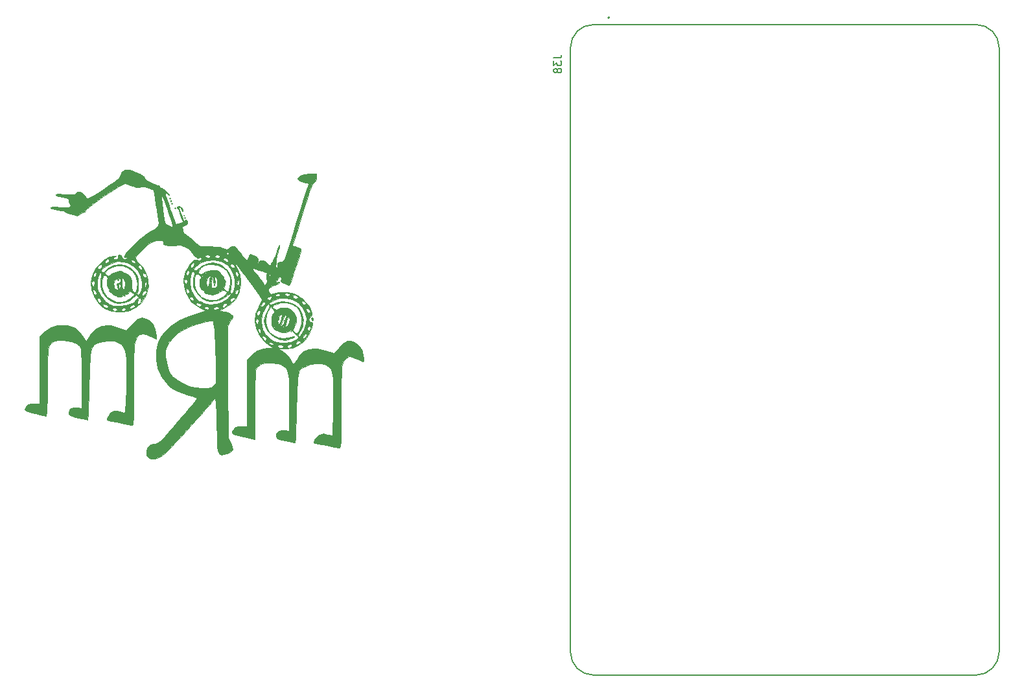
<source format=gbr>
G04 #@! TF.GenerationSoftware,KiCad,Pcbnew,(5.1.10)-1*
G04 #@! TF.CreationDate,2022-11-16T20:30:32+05:30*
G04 #@! TF.ProjectId,2023 control pcb,32303233-2063-46f6-9e74-726f6c207063,rev?*
G04 #@! TF.SameCoordinates,Original*
G04 #@! TF.FileFunction,Legend,Bot*
G04 #@! TF.FilePolarity,Positive*
%FSLAX46Y46*%
G04 Gerber Fmt 4.6, Leading zero omitted, Abs format (unit mm)*
G04 Created by KiCad (PCBNEW (5.1.10)-1) date 2022-11-16 20:30:32*
%MOMM*%
%LPD*%
G01*
G04 APERTURE LIST*
%ADD10C,0.010000*%
%ADD11C,0.200000*%
%ADD12C,0.127000*%
%ADD13C,0.150000*%
G04 APERTURE END LIST*
D10*
G04 #@! TO.C,G5*
G36*
X210448634Y-147413372D02*
G01*
X210059732Y-147661110D01*
X209831864Y-148048958D01*
X209805186Y-148205453D01*
X209719568Y-148373284D01*
X209468674Y-148620006D01*
X209031864Y-148961998D01*
X208388496Y-149415640D01*
X207689644Y-149884197D01*
X206924053Y-150387593D01*
X206356817Y-150746559D01*
X205950880Y-150972334D01*
X205669190Y-151076155D01*
X205474692Y-151069259D01*
X205330332Y-150962885D01*
X205199055Y-150768270D01*
X205136426Y-150658528D01*
X204871646Y-150394454D01*
X204514908Y-150264141D01*
X204175112Y-150290930D01*
X204005349Y-150416074D01*
X203821968Y-150562628D01*
X203507772Y-150620041D01*
X203076809Y-150610875D01*
X202369292Y-150569034D01*
X201896194Y-150548003D01*
X201610385Y-150549090D01*
X201464735Y-150573600D01*
X201412115Y-150622843D01*
X201405959Y-150657222D01*
X201528697Y-150748883D01*
X201856973Y-150845946D01*
X202249097Y-150916487D01*
X202786252Y-151019546D01*
X203058267Y-151145564D01*
X203101111Y-151233987D01*
X203119341Y-151542902D01*
X203207374Y-151738973D01*
X203277378Y-151828471D01*
X203343473Y-152043332D01*
X203230101Y-152201770D01*
X203056167Y-152299315D01*
X202770866Y-152325037D01*
X202305058Y-152281823D01*
X202078939Y-152249808D01*
X201426285Y-152179524D01*
X200976746Y-152189073D01*
X200755176Y-152275627D01*
X200759697Y-152399945D01*
X200930903Y-152479762D01*
X201294501Y-152558752D01*
X201637363Y-152604689D01*
X202088171Y-152668705D01*
X202414751Y-152747569D01*
X202523444Y-152803689D01*
X202699614Y-152908792D01*
X203048848Y-153040902D01*
X203242222Y-153099976D01*
X203677412Y-153225713D01*
X204024934Y-153330096D01*
X204111121Y-153357525D01*
X204379769Y-153320257D01*
X204645434Y-153134566D01*
X204893865Y-152944965D01*
X205069640Y-152910657D01*
X205069761Y-152910732D01*
X205200416Y-152855136D01*
X205311559Y-152646811D01*
X205464914Y-152462994D01*
X205815172Y-152163062D01*
X206317829Y-151777093D01*
X206928382Y-151335161D01*
X207602326Y-150867345D01*
X208295157Y-150403721D01*
X208962371Y-149974365D01*
X209559464Y-149609353D01*
X210041931Y-149338763D01*
X210365270Y-149192670D01*
X210447952Y-149175555D01*
X210740608Y-149229952D01*
X211169432Y-149369038D01*
X211442485Y-149478037D01*
X211895220Y-149650691D01*
X212196367Y-149695699D01*
X212439152Y-149625832D01*
X212456422Y-149616941D01*
X212707324Y-149537678D01*
X213019582Y-149571683D01*
X213472778Y-149722928D01*
X214178333Y-149992492D01*
X214363133Y-151100968D01*
X214485507Y-151828198D01*
X214622081Y-152629674D01*
X214732175Y-153267778D01*
X214811432Y-153850017D01*
X214836495Y-154333601D01*
X214802810Y-154630455D01*
X214802645Y-154630898D01*
X214621184Y-154853384D01*
X214255400Y-155135069D01*
X213801658Y-155407009D01*
X213221941Y-155780378D01*
X212536859Y-156325340D01*
X211808364Y-156986212D01*
X211098410Y-157707312D01*
X210560975Y-158319723D01*
X210340693Y-158603718D01*
X210295892Y-158734974D01*
X210413210Y-158770483D01*
X210455141Y-158771111D01*
X210675467Y-158833420D01*
X210721111Y-158912222D01*
X210600351Y-159018299D01*
X210368333Y-159053333D01*
X210091698Y-158987188D01*
X210015556Y-158771111D01*
X209917385Y-158536783D01*
X209723824Y-158488889D01*
X209512911Y-158545192D01*
X209518049Y-158759518D01*
X209521667Y-158771111D01*
X209531534Y-158999983D01*
X209390065Y-159053333D01*
X209130694Y-159059442D01*
X209066583Y-159063916D01*
X208927830Y-159001801D01*
X208953599Y-158849678D01*
X209122306Y-158729702D01*
X209125802Y-158728775D01*
X209248536Y-158677658D01*
X209101361Y-158649984D01*
X209037052Y-158646369D01*
X208450377Y-158746196D01*
X207828658Y-159066444D01*
X207224982Y-159559422D01*
X206692435Y-160177441D01*
X206284103Y-160872812D01*
X206137989Y-161250712D01*
X205965684Y-162143595D01*
X206040650Y-162998871D01*
X206370151Y-163881014D01*
X206451955Y-164038202D01*
X207043297Y-164862012D01*
X207798447Y-165460229D01*
X208700791Y-165824272D01*
X209733711Y-165945565D01*
X210115772Y-165929660D01*
X211101352Y-165720329D01*
X211322254Y-165605185D01*
X210580000Y-165605185D01*
X210458280Y-165784960D01*
X210215463Y-165826666D01*
X209948955Y-165771056D01*
X209909016Y-165650278D01*
X209933008Y-165624814D01*
X209451111Y-165624814D01*
X209346689Y-165773858D01*
X209115804Y-165800317D01*
X208882027Y-165712497D01*
X208780127Y-165579722D01*
X208849668Y-165441905D01*
X209086574Y-165403333D01*
X209382466Y-165477286D01*
X209451111Y-165624814D01*
X209933008Y-165624814D01*
X210065997Y-165483667D01*
X210311019Y-165425225D01*
X210520510Y-165483256D01*
X210580000Y-165605185D01*
X211322254Y-165605185D01*
X211954806Y-165275472D01*
X212106457Y-165132661D01*
X211836345Y-165132661D01*
X211777386Y-165241855D01*
X211646641Y-165342856D01*
X211336689Y-165522905D01*
X211145564Y-165494613D01*
X211083771Y-165419322D01*
X211099313Y-165237825D01*
X211125818Y-165216354D01*
X208225851Y-165216354D01*
X208211166Y-165392248D01*
X208034973Y-165448467D01*
X207884783Y-165395784D01*
X207669271Y-165234619D01*
X207616667Y-165139665D01*
X207708488Y-164944843D01*
X207948062Y-164963543D01*
X208041134Y-165013456D01*
X208225851Y-165216354D01*
X211125818Y-165216354D01*
X211290138Y-165083248D01*
X211552071Y-165021929D01*
X211671814Y-165044847D01*
X211836345Y-165132661D01*
X212106457Y-165132661D01*
X212649407Y-164621363D01*
X212765933Y-164429733D01*
X212576461Y-164429733D01*
X212462950Y-164632865D01*
X212416220Y-164695424D01*
X212224962Y-164898812D01*
X212117397Y-164865798D01*
X212099516Y-164824676D01*
X212099941Y-164540273D01*
X212156255Y-164380278D01*
X212206726Y-164175560D01*
X212099105Y-164147808D01*
X211896421Y-164298613D01*
X211832001Y-164372087D01*
X211711447Y-164538044D01*
X211784059Y-164526797D01*
X211850000Y-164490575D01*
X211977577Y-164442175D01*
X211944074Y-164498765D01*
X211766392Y-164624668D01*
X211732408Y-164632222D01*
X211551951Y-164697995D01*
X211285556Y-164833115D01*
X210564082Y-165102044D01*
X209749795Y-165197044D01*
X208946720Y-165117235D01*
X208258880Y-164861736D01*
X208253734Y-164858756D01*
X207849391Y-164529781D01*
X207302814Y-164529781D01*
X207272510Y-164655639D01*
X207185755Y-164796803D01*
X207062739Y-164715280D01*
X206982272Y-164613604D01*
X206821680Y-164363658D01*
X206774488Y-164239166D01*
X206871306Y-164142380D01*
X207080194Y-164155956D01*
X207258959Y-164267785D01*
X207268065Y-164281202D01*
X207302814Y-164529781D01*
X207849391Y-164529781D01*
X207723376Y-164427255D01*
X207258146Y-163830330D01*
X207133731Y-163580430D01*
X206770000Y-163580430D01*
X206655535Y-163695436D01*
X206558333Y-163710000D01*
X206370458Y-163639931D01*
X206346667Y-163580430D01*
X206300121Y-163343947D01*
X206261014Y-163227652D01*
X206273350Y-163037569D01*
X206387028Y-163004444D01*
X206612276Y-163127405D01*
X206753212Y-163424237D01*
X206770000Y-163580430D01*
X207133731Y-163580430D01*
X206932147Y-163175533D01*
X206833997Y-162798229D01*
X206809788Y-162352032D01*
X206818931Y-162228333D01*
X206487778Y-162228333D01*
X206414177Y-162512064D01*
X206276111Y-162581111D01*
X206105873Y-162458443D01*
X206064445Y-162228333D01*
X206138046Y-161944602D01*
X206276111Y-161875555D01*
X206446350Y-161998224D01*
X206487778Y-162228333D01*
X206818931Y-162228333D01*
X206846400Y-161856723D01*
X206928937Y-161385196D01*
X207042504Y-161010347D01*
X207083974Y-160944712D01*
X206743216Y-160944712D01*
X206683802Y-161194473D01*
X206536128Y-161358015D01*
X206418429Y-161362603D01*
X206296799Y-161248671D01*
X206349703Y-161010646D01*
X206379491Y-160942643D01*
X206539192Y-160719414D01*
X206667301Y-160728634D01*
X206743216Y-160944712D01*
X207083974Y-160944712D01*
X207172203Y-160805072D01*
X207244256Y-160790587D01*
X207357632Y-160956157D01*
X207359995Y-161114632D01*
X207248073Y-161902865D01*
X207223997Y-162493842D01*
X207294582Y-162960645D01*
X207466644Y-163376356D01*
X207590244Y-163583831D01*
X208144699Y-164218464D01*
X208816601Y-164628174D01*
X209555319Y-164806719D01*
X210310221Y-164747856D01*
X211030676Y-164445342D01*
X211506167Y-164066661D01*
X211870591Y-163702238D01*
X212266623Y-164035477D01*
X212519217Y-164266772D01*
X212576461Y-164429733D01*
X212765933Y-164429733D01*
X213158423Y-163784279D01*
X213337756Y-163183616D01*
X213229822Y-163183616D01*
X213228412Y-163340599D01*
X213115035Y-163578165D01*
X212904288Y-163826507D01*
X212688723Y-163792750D01*
X212654595Y-163762002D01*
X212633426Y-163575796D01*
X212761035Y-163338481D01*
X212960595Y-163168512D01*
X213054409Y-163145555D01*
X213229822Y-163183616D01*
X213337756Y-163183616D01*
X213455125Y-162790498D01*
X213480702Y-162621784D01*
X213469789Y-162128152D01*
X213305431Y-162128152D01*
X213295648Y-162369444D01*
X213202418Y-162634406D01*
X213103550Y-162722222D01*
X213009810Y-162601366D01*
X212978889Y-162369444D01*
X213034459Y-162141406D01*
X212685931Y-162141406D01*
X212651656Y-162633179D01*
X212545211Y-163108987D01*
X212393081Y-163489232D01*
X212221754Y-163694316D01*
X212163984Y-163710000D01*
X212039514Y-163645618D01*
X211643154Y-163645618D01*
X211525106Y-163819837D01*
X211474757Y-163875935D01*
X211029149Y-164241422D01*
X210471172Y-164530266D01*
X209929319Y-164679986D01*
X209803889Y-164688442D01*
X209402801Y-164630721D01*
X208930453Y-164483320D01*
X208810273Y-164432536D01*
X208112719Y-163977227D01*
X207636830Y-163365583D01*
X207400614Y-162635616D01*
X207422081Y-161825334D01*
X207471760Y-161607430D01*
X207584082Y-161250127D01*
X207695541Y-161115835D01*
X207861033Y-161150907D01*
X207912126Y-161177084D01*
X208088947Y-161319986D01*
X208143395Y-161549353D01*
X208106810Y-161921900D01*
X208079215Y-162369292D01*
X208186435Y-162706504D01*
X208342670Y-162936076D01*
X208531221Y-163191835D01*
X208545830Y-163258556D01*
X208392335Y-163164755D01*
X208389008Y-163162429D01*
X208313688Y-163130999D01*
X208423525Y-163262290D01*
X208575992Y-163413483D01*
X208880047Y-163662761D01*
X209113994Y-163780634D01*
X209175715Y-163776337D01*
X209300769Y-163794177D01*
X209310000Y-163842783D01*
X209422695Y-163962795D01*
X209683340Y-163992505D01*
X209975775Y-163941088D01*
X210183841Y-163817717D01*
X210211128Y-163771611D01*
X210353708Y-163627564D01*
X210444074Y-163642648D01*
X210650497Y-163645852D01*
X210852206Y-163506522D01*
X210934849Y-163317678D01*
X210915693Y-163259022D01*
X210966389Y-163225826D01*
X211197446Y-163313397D01*
X211282689Y-163355739D01*
X211573090Y-163520012D01*
X211643154Y-163645618D01*
X212039514Y-163645618D01*
X212028958Y-163640158D01*
X212071559Y-163394080D01*
X212072125Y-163392500D01*
X212135108Y-163081566D01*
X212179941Y-162606444D01*
X212193898Y-162220272D01*
X212054719Y-162220272D01*
X212026114Y-162874633D01*
X211921104Y-163266700D01*
X211733941Y-163407412D01*
X211477210Y-163319783D01*
X211386484Y-163122698D01*
X211338900Y-162722174D01*
X211336220Y-162427829D01*
X210507828Y-162427829D01*
X210382009Y-162840598D01*
X210370783Y-162859370D01*
X210217250Y-163005702D01*
X210110635Y-162879322D01*
X210067674Y-162581111D01*
X209874445Y-162581111D01*
X209815351Y-162810412D01*
X209733333Y-162863333D01*
X209618683Y-162745146D01*
X209592222Y-162581111D01*
X209651316Y-162351810D01*
X209733333Y-162298889D01*
X209847984Y-162417076D01*
X209874445Y-162581111D01*
X210067674Y-162581111D01*
X210054016Y-162486313D01*
X210045600Y-162216855D01*
X210046519Y-161958693D01*
X209861690Y-161958693D01*
X209708066Y-162132776D01*
X209582713Y-162157778D01*
X209412457Y-162186778D01*
X209359163Y-162311898D01*
X209421432Y-162590319D01*
X209562428Y-162985582D01*
X209571594Y-163105131D01*
X209411147Y-163057183D01*
X209331397Y-163015895D01*
X209093479Y-162854216D01*
X209016019Y-162752535D01*
X208992960Y-162545874D01*
X208967427Y-162312202D01*
X209027859Y-161972211D01*
X209230518Y-161682750D01*
X209497922Y-161530144D01*
X209659577Y-161541075D01*
X209850603Y-161720732D01*
X209861690Y-161958693D01*
X210046519Y-161958693D01*
X210047171Y-161775698D01*
X210076801Y-161569479D01*
X210156386Y-161550980D01*
X210300763Y-161666590D01*
X210478119Y-161991743D01*
X210507828Y-162427829D01*
X211336220Y-162427829D01*
X211336098Y-162414494D01*
X211329566Y-161924668D01*
X211254797Y-161600174D01*
X211111412Y-161381666D01*
X209874445Y-161381666D01*
X209803889Y-161452222D01*
X209733333Y-161381666D01*
X209803889Y-161311111D01*
X209874445Y-161381666D01*
X211111412Y-161381666D01*
X211074788Y-161325855D01*
X210938176Y-161176140D01*
X210640391Y-160922663D01*
X210391869Y-160807760D01*
X210331125Y-160811974D01*
X210210593Y-160804891D01*
X210228221Y-160745050D01*
X210163892Y-160653795D01*
X209870490Y-160608120D01*
X209752488Y-160605555D01*
X209162973Y-160713421D01*
X208764124Y-160964363D01*
X208460401Y-161188051D01*
X208246687Y-161232415D01*
X208057636Y-161148265D01*
X207874248Y-160921857D01*
X207958419Y-160652509D01*
X208301545Y-160355444D01*
X208603541Y-160182683D01*
X209363078Y-159932921D01*
X210108297Y-159932256D01*
X210793322Y-160153600D01*
X211372277Y-160569868D01*
X211799285Y-161153976D01*
X212028472Y-161878838D01*
X212054719Y-162220272D01*
X212193898Y-162220272D01*
X212194417Y-162205917D01*
X212181065Y-161684225D01*
X212104572Y-161324258D01*
X211928820Y-161006817D01*
X211766842Y-160794806D01*
X211125249Y-160191144D01*
X210385855Y-159848084D01*
X209777798Y-159765666D01*
X208999595Y-159852389D01*
X208347672Y-160155966D01*
X207956474Y-160479159D01*
X207666707Y-160731927D01*
X207488544Y-160795541D01*
X207354683Y-160700497D01*
X207291312Y-160535732D01*
X207413951Y-160347337D01*
X207649876Y-160150907D01*
X208211673Y-159810551D01*
X207427455Y-159810551D01*
X207390361Y-160098932D01*
X207209743Y-160291038D01*
X206971092Y-160301745D01*
X206852211Y-160201081D01*
X206886317Y-160026723D01*
X207041541Y-159839111D01*
X207292306Y-159708305D01*
X207427455Y-159810551D01*
X208211673Y-159810551D01*
X208538926Y-159612290D01*
X209422476Y-159348106D01*
X210289614Y-159360428D01*
X210885168Y-159536424D01*
X211586083Y-159970295D01*
X212152521Y-160596387D01*
X212535474Y-161343808D01*
X212685931Y-162141406D01*
X213034459Y-162141406D01*
X213045376Y-162096611D01*
X213170988Y-162016666D01*
X213305431Y-162128152D01*
X213469789Y-162128152D01*
X213461601Y-161757813D01*
X213336905Y-161338081D01*
X213261111Y-161338081D01*
X213169400Y-161450365D01*
X212976445Y-161420003D01*
X212805516Y-161275355D01*
X212781862Y-161227821D01*
X212743459Y-160947934D01*
X212845845Y-160822703D01*
X213026193Y-160909474D01*
X213070984Y-160963927D01*
X213222251Y-161215994D01*
X213261111Y-161338081D01*
X213336905Y-161338081D01*
X213202278Y-160884921D01*
X212891036Y-160351898D01*
X212690641Y-160351898D01*
X212587035Y-160463753D01*
X212572834Y-160464444D01*
X212387993Y-160368027D01*
X212278464Y-160258959D01*
X212172527Y-160017733D01*
X212237918Y-159855921D01*
X212420912Y-159858987D01*
X212497563Y-159910426D01*
X212655587Y-160128960D01*
X212690641Y-160351898D01*
X212891036Y-160351898D01*
X212731686Y-160079002D01*
X212344982Y-159644785D01*
X212193653Y-159493945D01*
X211850000Y-159493945D01*
X211751509Y-159608896D01*
X211533028Y-159583977D01*
X211310044Y-159434879D01*
X211295982Y-159418674D01*
X211207473Y-159215216D01*
X211284885Y-159124303D01*
X211500893Y-159127678D01*
X211734723Y-159277961D01*
X211849799Y-159485815D01*
X211850000Y-159493945D01*
X212193653Y-159493945D01*
X212029269Y-159330093D01*
X211870370Y-159100640D01*
X208353974Y-159100640D01*
X208351198Y-159299158D01*
X208182803Y-159470039D01*
X207960070Y-159531082D01*
X207843502Y-159477724D01*
X207819431Y-159294063D01*
X207976135Y-159136446D01*
X208218818Y-159016598D01*
X208353974Y-159100640D01*
X211870370Y-159100640D01*
X211857861Y-159082578D01*
X211843420Y-158848859D01*
X211998608Y-158575554D01*
X212336087Y-158209279D01*
X212789159Y-157772191D01*
X213376402Y-157230067D01*
X213822759Y-156867759D01*
X214177314Y-156656368D01*
X214489147Y-156566997D01*
X214807342Y-156570748D01*
X214825835Y-156573060D01*
X215179728Y-156617923D01*
X215398852Y-156643947D01*
X215408627Y-156644921D01*
X215457915Y-156757890D01*
X215434285Y-156851837D01*
X215437095Y-157072004D01*
X215485871Y-157127927D01*
X215723496Y-157201775D01*
X216105831Y-157256263D01*
X216532696Y-157285316D01*
X216903907Y-157282862D01*
X217119282Y-157242824D01*
X217136047Y-157227981D01*
X217320809Y-157168055D01*
X217666558Y-157211502D01*
X218083247Y-157332735D01*
X218480828Y-157506166D01*
X218748292Y-157686104D01*
X219050292Y-158002016D01*
X219383829Y-158404522D01*
X219465046Y-158512098D01*
X219744876Y-158837574D01*
X219951731Y-158933969D01*
X220045643Y-158902315D01*
X220327705Y-158780951D01*
X220449905Y-158883228D01*
X220457778Y-158967680D01*
X220344908Y-159184148D01*
X220089288Y-159270575D01*
X219815403Y-159187671D01*
X219799790Y-159175366D01*
X219556659Y-159130549D01*
X219262236Y-159308743D01*
X218947232Y-159662913D01*
X218642358Y-160146023D01*
X218378325Y-160711038D01*
X218185843Y-161310923D01*
X218105365Y-161770470D01*
X218144313Y-162607473D01*
X218393068Y-163469596D01*
X218812732Y-164248556D01*
X219134358Y-164634950D01*
X219585535Y-165020427D01*
X220084165Y-165345299D01*
X220554259Y-165568591D01*
X220919828Y-165649326D01*
X220997587Y-165639666D01*
X221157519Y-165587109D01*
X221039839Y-165564242D01*
X220991373Y-165560813D01*
X220817747Y-165462226D01*
X220824098Y-165348371D01*
X220988644Y-165218156D01*
X221224447Y-165243125D01*
X221398324Y-165385911D01*
X221417111Y-165514745D01*
X221254882Y-165667775D01*
X220820519Y-165845226D01*
X220109836Y-166048777D01*
X220042045Y-166065955D01*
X218768266Y-166474865D01*
X217598205Y-167023175D01*
X216568874Y-167683963D01*
X215717286Y-168430308D01*
X215080452Y-169235289D01*
X214744939Y-169918889D01*
X214491156Y-171035752D01*
X214488183Y-172187152D01*
X214724618Y-173314325D01*
X215189058Y-174358506D01*
X215758235Y-175140980D01*
X216344518Y-175703072D01*
X217010412Y-176147954D01*
X217825736Y-176514629D01*
X218746803Y-176810516D01*
X219249339Y-176956929D01*
X219634568Y-177078178D01*
X219831868Y-177151820D01*
X219842390Y-177158686D01*
X219843952Y-177218442D01*
X219772856Y-177349565D01*
X219610757Y-177575160D01*
X219339308Y-177918334D01*
X218940163Y-178402190D01*
X218394974Y-179049835D01*
X217685396Y-179884373D01*
X217579662Y-180008333D01*
X216798860Y-180920956D01*
X216175897Y-181640307D01*
X215687105Y-182189230D01*
X215308817Y-182590568D01*
X215017367Y-182867162D01*
X214789086Y-183041856D01*
X214600307Y-183137493D01*
X214427364Y-183176914D01*
X214290064Y-183183333D01*
X213771152Y-183298681D01*
X213423801Y-183630160D01*
X213267862Y-184155926D01*
X213261111Y-184315715D01*
X213290883Y-184703075D01*
X213414636Y-184912096D01*
X213623075Y-185021270D01*
X213871040Y-185110061D01*
X214060145Y-185135226D01*
X214310561Y-185097032D01*
X214625392Y-185023518D01*
X215067305Y-184857935D01*
X215417112Y-184649907D01*
X215613798Y-184467256D01*
X215963967Y-184111225D01*
X216439511Y-183612595D01*
X217012318Y-183002147D01*
X217654279Y-182310664D01*
X218337282Y-181568927D01*
X219033217Y-180807717D01*
X219713974Y-180057817D01*
X220351443Y-179350008D01*
X220917513Y-178715072D01*
X221384074Y-178183791D01*
X221723015Y-177786946D01*
X221906226Y-177555318D01*
X221927506Y-177520837D01*
X222048707Y-177312244D01*
X222147904Y-177260097D01*
X222227971Y-177383244D01*
X222291786Y-177700537D01*
X222342224Y-178230823D01*
X222382160Y-178992954D01*
X222414470Y-180005779D01*
X222433333Y-180836514D01*
X222457825Y-182000539D01*
X222486078Y-182910216D01*
X222529212Y-183593319D01*
X222598350Y-184077627D01*
X222704613Y-184390915D01*
X222859123Y-184560961D01*
X223073001Y-184615541D01*
X223357368Y-184582433D01*
X223723347Y-184489412D01*
X223878622Y-184446217D01*
X224306911Y-184245316D01*
X224494947Y-183933950D01*
X224448228Y-183490686D01*
X224243699Y-183023274D01*
X223915000Y-182407222D01*
X223842570Y-175140000D01*
X223833949Y-174101866D01*
X222346064Y-174101866D01*
X222340078Y-174725398D01*
X222316023Y-175106256D01*
X222296887Y-175198285D01*
X222073819Y-175592416D01*
X221734175Y-175834908D01*
X221228708Y-175945662D01*
X220508171Y-175944577D01*
X220457778Y-175941439D01*
X219792774Y-175861986D01*
X219106870Y-175722755D01*
X218601809Y-175571973D01*
X217896660Y-175242106D01*
X217218282Y-174813369D01*
X216652341Y-174346337D01*
X216319613Y-173958316D01*
X216180257Y-173650383D01*
X216023945Y-173159605D01*
X215880302Y-172581487D01*
X215855080Y-172460711D01*
X215742153Y-171840455D01*
X215699969Y-171394897D01*
X215725964Y-171026198D01*
X215808190Y-170669715D01*
X216112412Y-170024252D01*
X216645087Y-169363730D01*
X217359151Y-168734251D01*
X218207541Y-168181916D01*
X218508325Y-168024748D01*
X219086202Y-167774451D01*
X219747825Y-167540363D01*
X220425432Y-167340397D01*
X221051258Y-167192463D01*
X221557542Y-167114474D01*
X221876519Y-167124342D01*
X221893312Y-167129993D01*
X221956922Y-167207637D01*
X222012727Y-167406313D01*
X222063278Y-167753339D01*
X222111128Y-168276032D01*
X222158829Y-169001711D01*
X222208934Y-169957692D01*
X222258029Y-171033825D01*
X222304798Y-172230220D01*
X222334224Y-173261521D01*
X222346064Y-174101866D01*
X223833949Y-174101866D01*
X223830350Y-173668525D01*
X223823733Y-172297367D01*
X223822540Y-171051972D01*
X223826594Y-169957791D01*
X223835715Y-169040273D01*
X223849726Y-168324866D01*
X223868448Y-167837020D01*
X223891703Y-167602185D01*
X223895481Y-167590555D01*
X224086050Y-167272654D01*
X224303264Y-166998013D01*
X224486663Y-166694198D01*
X224499281Y-166462475D01*
X224295034Y-166242586D01*
X223910699Y-166033357D01*
X223446449Y-165878662D01*
X223037588Y-165822254D01*
X222840835Y-165807103D01*
X222837238Y-165749621D01*
X223050658Y-165622132D01*
X223331283Y-165481644D01*
X223377813Y-165452240D01*
X222710318Y-165452240D01*
X222539167Y-165592100D01*
X222189579Y-165668825D01*
X222021557Y-165553532D01*
X222010000Y-165473889D01*
X222132668Y-165303650D01*
X222362778Y-165262222D01*
X222640035Y-165320564D01*
X222710318Y-165452240D01*
X223377813Y-165452240D01*
X224244601Y-164904494D01*
X224297371Y-164847896D01*
X223779456Y-164847896D01*
X223755300Y-165037751D01*
X223611631Y-165196567D01*
X223311017Y-165377469D01*
X223163431Y-165337384D01*
X223138889Y-165196631D01*
X223233945Y-164985162D01*
X220449493Y-164985162D01*
X220393025Y-165111723D01*
X220273468Y-165242370D01*
X220098738Y-165221660D01*
X219880104Y-165114031D01*
X219690374Y-164934336D01*
X219735017Y-164789601D01*
X219968988Y-164754472D01*
X220081598Y-164780123D01*
X220372542Y-164884907D01*
X220449493Y-164985162D01*
X223233945Y-164985162D01*
X223236904Y-164978581D01*
X223455799Y-164819906D01*
X223682849Y-164781978D01*
X223779456Y-164847896D01*
X224297371Y-164847896D01*
X224912338Y-164188322D01*
X224948370Y-164115324D01*
X224818815Y-164115324D01*
X224779979Y-164217564D01*
X224623567Y-164412228D01*
X224365644Y-164608600D01*
X224201625Y-164555964D01*
X224164121Y-164292298D01*
X224295730Y-164099103D01*
X224613673Y-164067791D01*
X224818815Y-164115324D01*
X224948370Y-164115324D01*
X225334317Y-163333431D01*
X225369659Y-163134014D01*
X225255556Y-163134014D01*
X225184083Y-163451845D01*
X225011916Y-163619843D01*
X224893684Y-163616428D01*
X224891403Y-163614048D01*
X224281373Y-163614048D01*
X224216073Y-163807576D01*
X223930106Y-164143777D01*
X223844862Y-164226352D01*
X223180775Y-164671820D01*
X222384753Y-164923943D01*
X221542686Y-164968826D01*
X220740465Y-164792572D01*
X220629635Y-164746539D01*
X220282685Y-164602450D01*
X220057790Y-164528080D01*
X220028536Y-164525083D01*
X219915232Y-164424598D01*
X219844574Y-164335686D01*
X219429565Y-164335686D01*
X219402132Y-164411206D01*
X219255871Y-164479012D01*
X219029323Y-164329303D01*
X218856968Y-164122537D01*
X218913912Y-163988150D01*
X218937498Y-163972436D01*
X219161805Y-163962667D01*
X219360864Y-164116837D01*
X219429565Y-164335686D01*
X219844574Y-164335686D01*
X219698108Y-164151382D01*
X219472599Y-163834455D01*
X219153322Y-163289153D01*
X219132861Y-163223557D01*
X218828543Y-163223557D01*
X218821576Y-163455237D01*
X218796134Y-163490162D01*
X218607988Y-163566411D01*
X218485575Y-163470728D01*
X218482222Y-163439319D01*
X218435676Y-163202836D01*
X218396570Y-163086541D01*
X218408793Y-162896359D01*
X218521223Y-162863333D01*
X218707120Y-162977678D01*
X218828543Y-163223557D01*
X219132861Y-163223557D01*
X218988612Y-162761113D01*
X218932357Y-162291695D01*
X218931915Y-162031764D01*
X218623333Y-162031764D01*
X218530936Y-162252129D01*
X218411667Y-162298889D01*
X218241281Y-162176462D01*
X218200000Y-161950540D01*
X218248800Y-161700204D01*
X218411667Y-161683415D01*
X218590138Y-161875851D01*
X218623333Y-162031764D01*
X218931915Y-162031764D01*
X218931384Y-161720175D01*
X219001862Y-161215826D01*
X219127002Y-160839728D01*
X219129025Y-160837409D01*
X218852207Y-160837409D01*
X218730272Y-161078496D01*
X218557249Y-161170000D01*
X218437818Y-161053055D01*
X218447685Y-160817222D01*
X218560359Y-160526805D01*
X218717824Y-160479788D01*
X218827130Y-160592821D01*
X218852207Y-160837409D01*
X219129025Y-160837409D01*
X219290009Y-160652962D01*
X219383489Y-160650702D01*
X219492993Y-160815008D01*
X219493804Y-160973521D01*
X219392581Y-161596815D01*
X219346667Y-162033176D01*
X219350705Y-162371295D01*
X219391878Y-162660960D01*
X219588348Y-163151117D01*
X219957559Y-163670894D01*
X220418948Y-164125465D01*
X220883347Y-164416481D01*
X221543670Y-164556615D01*
X222281865Y-164504608D01*
X222986944Y-164278036D01*
X223412766Y-164015896D01*
X223853770Y-163705569D01*
X224151956Y-163575833D01*
X224281373Y-163614048D01*
X224891403Y-163614048D01*
X224770004Y-163487432D01*
X224839771Y-163272561D01*
X225015459Y-163061309D01*
X225183538Y-163007695D01*
X225255556Y-163134014D01*
X225369659Y-163134014D01*
X225510361Y-162340121D01*
X225508094Y-162087222D01*
X225396667Y-162087222D01*
X225330180Y-162360056D01*
X225204568Y-162440000D01*
X225070125Y-162328514D01*
X225079908Y-162087222D01*
X225173138Y-161822261D01*
X225212011Y-161787733D01*
X224805425Y-161787733D01*
X224779066Y-162565213D01*
X224668775Y-163023350D01*
X224508703Y-163431654D01*
X224352947Y-163563468D01*
X224203413Y-163437794D01*
X224201957Y-163417746D01*
X223767689Y-163417746D01*
X223715720Y-163573915D01*
X223478418Y-163802540D01*
X223122990Y-164050084D01*
X222716638Y-164263006D01*
X222695072Y-164272257D01*
X222226518Y-164371267D01*
X221635777Y-164366206D01*
X221045334Y-164269900D01*
X220577672Y-164095175D01*
X220495923Y-164041964D01*
X219936176Y-163505097D01*
X219615462Y-162878710D01*
X219501577Y-162254423D01*
X219497113Y-161632811D01*
X219593282Y-161203253D01*
X219778215Y-160993736D01*
X220023768Y-161023175D01*
X220281073Y-161242125D01*
X220369004Y-161385075D01*
X220388011Y-161538408D01*
X220337955Y-161535934D01*
X220260826Y-161613294D01*
X220207983Y-161893747D01*
X220199345Y-162025826D01*
X220243143Y-162536042D01*
X220396119Y-162927779D01*
X220626439Y-163131459D01*
X220711716Y-163145555D01*
X220829709Y-163223888D01*
X220810392Y-163286931D01*
X220846513Y-163434762D01*
X221088525Y-163564397D01*
X221460137Y-163652864D01*
X221885057Y-163677192D01*
X222059311Y-163662989D01*
X222492871Y-163539613D01*
X222843276Y-163330338D01*
X222877454Y-163296862D01*
X223132434Y-163098349D01*
X223374815Y-163122443D01*
X223420007Y-163144964D01*
X223674376Y-163318507D01*
X223767689Y-163417746D01*
X224201957Y-163417746D01*
X224188507Y-163232654D01*
X224244948Y-162866863D01*
X224289569Y-162681645D01*
X224329099Y-162281299D01*
X224213030Y-162281299D01*
X224132717Y-162699753D01*
X224006564Y-163097760D01*
X223876474Y-163253323D01*
X223686160Y-163201321D01*
X223515790Y-163082077D01*
X223340697Y-162872227D01*
X223404037Y-162613126D01*
X223409957Y-162601953D01*
X223515158Y-162305793D01*
X223541153Y-162111660D01*
X222521761Y-162111660D01*
X222492612Y-162497368D01*
X222414966Y-162671727D01*
X222233315Y-162771823D01*
X221976474Y-162809647D01*
X221754330Y-162784884D01*
X221676766Y-162697224D01*
X221687217Y-162673797D01*
X221733898Y-162464467D01*
X221753776Y-162103284D01*
X221753708Y-162087222D01*
X221727778Y-162087222D01*
X221657222Y-162157778D01*
X221586667Y-162087222D01*
X221657222Y-162016666D01*
X221727778Y-162087222D01*
X221753708Y-162087222D01*
X221753471Y-162032174D01*
X221782260Y-161628883D01*
X221862239Y-161329202D01*
X221875969Y-161304488D01*
X221954674Y-161288430D01*
X222003441Y-161542047D01*
X222021905Y-161946111D01*
X222039832Y-162385357D01*
X222074389Y-162560068D01*
X222129935Y-162487663D01*
X222145496Y-162440000D01*
X222202332Y-162031955D01*
X222183326Y-161663889D01*
X222154541Y-161389411D01*
X222214925Y-161347968D01*
X222306555Y-161421714D01*
X222455618Y-161705563D01*
X222521761Y-162111660D01*
X223541153Y-162111660D01*
X223557822Y-161987178D01*
X223536694Y-161738258D01*
X223450523Y-161651185D01*
X223422728Y-161662890D01*
X223340888Y-161640768D01*
X223361651Y-161544747D01*
X223315616Y-161316910D01*
X223202043Y-161200947D01*
X221695239Y-161200947D01*
X221676542Y-161262006D01*
X221621945Y-161322060D01*
X221511598Y-161573073D01*
X221450119Y-161973640D01*
X221445556Y-162115444D01*
X221416307Y-162484237D01*
X221342658Y-162699473D01*
X221304445Y-162722222D01*
X221175580Y-162651666D01*
X220457778Y-162651666D01*
X220387222Y-162722222D01*
X220316667Y-162651666D01*
X220387222Y-162581111D01*
X220457778Y-162651666D01*
X221175580Y-162651666D01*
X221152433Y-162638993D01*
X221145324Y-162616389D01*
X221080567Y-162032407D01*
X221137439Y-161645861D01*
X221333130Y-161392000D01*
X221497435Y-161289918D01*
X221607180Y-161240555D01*
X220598889Y-161240555D01*
X220528333Y-161311111D01*
X220457778Y-161240555D01*
X220528333Y-161170000D01*
X220598889Y-161240555D01*
X221607180Y-161240555D01*
X221695239Y-161200947D01*
X223202043Y-161200947D01*
X223116970Y-161114085D01*
X222926672Y-160954278D01*
X222922756Y-160887778D01*
X222922795Y-160887778D01*
X222927660Y-160819088D01*
X222925641Y-160817222D01*
X221022222Y-160817222D01*
X220951667Y-160887778D01*
X220881111Y-160817222D01*
X220951667Y-160746666D01*
X221022222Y-160817222D01*
X222925641Y-160817222D01*
X222777804Y-160680599D01*
X222366851Y-160512858D01*
X221827315Y-160469365D01*
X221281915Y-160545930D01*
X220853371Y-160738364D01*
X220842606Y-160746666D01*
X220494583Y-160976808D01*
X220253628Y-161001032D01*
X220048746Y-160834454D01*
X219993390Y-160671554D01*
X220114320Y-160463886D01*
X220389155Y-160199454D01*
X220707491Y-159949228D01*
X221006372Y-159816663D01*
X221398593Y-159765760D01*
X221767966Y-159759416D01*
X222598091Y-159848345D01*
X223240700Y-160126227D01*
X223733087Y-160611396D01*
X223845324Y-160780654D01*
X224165245Y-161523077D01*
X224213030Y-162281299D01*
X224329099Y-162281299D01*
X224369250Y-161874675D01*
X224177637Y-161113674D01*
X223725428Y-160433239D01*
X223536451Y-160246282D01*
X223145974Y-159928684D01*
X222775679Y-159683589D01*
X222628437Y-159611480D01*
X221905038Y-159482011D01*
X221150959Y-159612649D01*
X220412764Y-159992056D01*
X220119074Y-160222500D01*
X219773159Y-160463265D01*
X219535033Y-160524847D01*
X219448291Y-160427032D01*
X219556527Y-160189603D01*
X219693103Y-160029175D01*
X220148724Y-159684689D01*
X219530057Y-159684689D01*
X219433167Y-159906542D01*
X219216008Y-160153443D01*
X219038371Y-160126412D01*
X218988959Y-160061900D01*
X218995450Y-159861495D01*
X219145042Y-159644410D01*
X219344000Y-159519351D01*
X219445703Y-159532206D01*
X219530057Y-159684689D01*
X220148724Y-159684689D01*
X220368860Y-159518249D01*
X221172153Y-159226680D01*
X222040521Y-159165135D01*
X222911505Y-159344282D01*
X223147673Y-159439176D01*
X223807959Y-159829136D01*
X224278253Y-160350030D01*
X224599085Y-160996466D01*
X224805425Y-161787733D01*
X225212011Y-161787733D01*
X225272006Y-161734444D01*
X225365746Y-161855300D01*
X225396667Y-162087222D01*
X225508094Y-162087222D01*
X225505335Y-161779482D01*
X225438546Y-161137575D01*
X225428962Y-161100835D01*
X225250671Y-161100835D01*
X225185746Y-161285675D01*
X225123954Y-161311111D01*
X224981910Y-161194336D01*
X224899403Y-161018254D01*
X224860551Y-160720293D01*
X224973708Y-160620293D01*
X225105056Y-160670309D01*
X225222435Y-160850285D01*
X225250671Y-161100835D01*
X225428962Y-161100835D01*
X225315253Y-160664947D01*
X225104003Y-160249770D01*
X225052791Y-160170363D01*
X224957347Y-160006075D01*
X224816213Y-160006075D01*
X224762196Y-160134043D01*
X224699234Y-160177158D01*
X224477953Y-160189480D01*
X224288901Y-160036483D01*
X224220098Y-159819113D01*
X224278286Y-159694381D01*
X224474305Y-159671513D01*
X224656841Y-159805317D01*
X224816213Y-160006075D01*
X224957347Y-160006075D01*
X224868337Y-159852863D01*
X224812107Y-159668243D01*
X224854947Y-159647186D01*
X225001789Y-159779414D01*
X225277300Y-160100791D01*
X225649957Y-160568424D01*
X226088232Y-161139419D01*
X226560600Y-161770883D01*
X227035536Y-162419925D01*
X227481514Y-163043650D01*
X227867007Y-163599166D01*
X228160491Y-164043580D01*
X228330440Y-164334000D01*
X228360000Y-164416049D01*
X228286649Y-164603549D01*
X228102912Y-164919218D01*
X228021686Y-165042667D01*
X227782856Y-165489617D01*
X227573271Y-166038320D01*
X227509387Y-166266452D01*
X227432163Y-167162887D01*
X227598263Y-168076176D01*
X227980563Y-168942504D01*
X228551940Y-169698055D01*
X229190218Y-170221011D01*
X229826365Y-170624444D01*
X229199016Y-170625823D01*
X228496138Y-170733033D01*
X227760037Y-171016075D01*
X227107334Y-171421336D01*
X226766734Y-171743995D01*
X226384445Y-172198320D01*
X226384445Y-180914508D01*
X225670934Y-180884754D01*
X225217317Y-180887282D01*
X224938057Y-180965799D01*
X224728375Y-181154679D01*
X224686294Y-181207778D01*
X224503148Y-181454161D01*
X224410501Y-181639100D01*
X224438906Y-181783046D01*
X224618915Y-181906450D01*
X224981083Y-182029763D01*
X225555961Y-182173436D01*
X226374102Y-182357922D01*
X226419722Y-182368089D01*
X227372222Y-182580392D01*
X227373009Y-178331029D01*
X227377988Y-177170498D01*
X227391757Y-176109704D01*
X227413237Y-175184511D01*
X227441346Y-174430783D01*
X227475002Y-173884385D01*
X227513124Y-173581181D01*
X227516644Y-173567380D01*
X227752324Y-173101391D01*
X228169143Y-172795712D01*
X228789520Y-172640763D01*
X229635877Y-172626965D01*
X229707555Y-172631254D01*
X230345411Y-172697560D01*
X230787125Y-172813544D01*
X231117489Y-173001934D01*
X231131786Y-173013019D01*
X231346447Y-173188934D01*
X231515422Y-173364282D01*
X231644228Y-173573616D01*
X231738382Y-173851491D01*
X231803399Y-174232461D01*
X231844797Y-174751079D01*
X231868092Y-175441899D01*
X231878801Y-176339476D01*
X231882441Y-177478362D01*
X231882778Y-177716945D01*
X231887778Y-181493335D01*
X231319732Y-181402501D01*
X230877125Y-181374680D01*
X230575100Y-181482777D01*
X230473065Y-181563815D01*
X230228186Y-181908083D01*
X230207341Y-182241175D01*
X230402478Y-182489769D01*
X230582500Y-182560378D01*
X230934754Y-182643137D01*
X231431563Y-182763236D01*
X231797555Y-182853197D01*
X232239134Y-182954710D01*
X232552674Y-183011935D01*
X232659779Y-183014853D01*
X232672731Y-182868618D01*
X232693080Y-182473920D01*
X232719481Y-181864382D01*
X232750592Y-181073629D01*
X232785066Y-180135282D01*
X232821560Y-179082966D01*
X232843899Y-178409857D01*
X232886038Y-177111709D01*
X232923438Y-176065050D01*
X232962994Y-175239386D01*
X233011602Y-174604224D01*
X233076156Y-174129070D01*
X233163551Y-173783431D01*
X233280682Y-173536813D01*
X233434445Y-173358722D01*
X233631734Y-173218666D01*
X233879445Y-173086150D01*
X234069327Y-172990346D01*
X234687292Y-172779837D01*
X235402322Y-172693688D01*
X236106036Y-172733423D01*
X236690054Y-172900567D01*
X236787541Y-172952112D01*
X237038948Y-173110545D01*
X237238957Y-173277773D01*
X237392997Y-173485968D01*
X237506492Y-173767299D01*
X237584870Y-174153936D01*
X237633555Y-174678049D01*
X237657975Y-175371809D01*
X237663556Y-176267386D01*
X237655723Y-177396949D01*
X237648507Y-178056528D01*
X237633798Y-179087960D01*
X237614982Y-180025765D01*
X237593229Y-180833340D01*
X237569712Y-181474082D01*
X237545601Y-181911387D01*
X237522068Y-182108651D01*
X237518611Y-182115325D01*
X237348371Y-182118575D01*
X237024813Y-182024947D01*
X236900589Y-181976201D01*
X236342867Y-181845828D01*
X235867019Y-181971172D01*
X235441948Y-182363529D01*
X235306366Y-182555297D01*
X235162573Y-182773184D01*
X235090403Y-182925915D01*
X235126222Y-183034444D01*
X235306395Y-183119723D01*
X235667288Y-183202703D01*
X236245265Y-183304337D01*
X236756111Y-183390587D01*
X237379124Y-183499022D01*
X237915456Y-183596930D01*
X238292107Y-183670748D01*
X238414167Y-183698672D01*
X238478278Y-183702175D01*
X238530255Y-183656208D01*
X238571363Y-183534491D01*
X238602868Y-183310742D01*
X238626035Y-182958680D01*
X238642130Y-182452023D01*
X238652419Y-181764489D01*
X238658167Y-180869798D01*
X238660639Y-179741667D01*
X238661111Y-178570522D01*
X238664838Y-177303613D01*
X238675503Y-176134891D01*
X238692337Y-175096106D01*
X238714569Y-174219004D01*
X238741429Y-173535336D01*
X238772147Y-173076850D01*
X238798852Y-172893972D01*
X239023098Y-172392186D01*
X239347744Y-171995958D01*
X239707493Y-171776076D01*
X239850998Y-171753333D01*
X240141233Y-171817869D01*
X240556975Y-171982590D01*
X240807715Y-172106111D01*
X241192535Y-172303871D01*
X241467213Y-172431880D01*
X241547425Y-172458889D01*
X241624491Y-172337630D01*
X241629985Y-172028731D01*
X241574629Y-171614509D01*
X241469148Y-171177282D01*
X241333740Y-170818589D01*
X240986631Y-170302944D01*
X240482556Y-169947245D01*
X240435124Y-169923789D01*
X239947633Y-169748021D01*
X239518753Y-169752397D01*
X239091817Y-169956477D01*
X238610154Y-170379819D01*
X238369906Y-170636572D01*
X237725923Y-171350715D01*
X236857413Y-171058135D01*
X236196557Y-170886813D01*
X235492719Y-170782400D01*
X235158653Y-170765555D01*
X234407470Y-170849372D01*
X233795532Y-171123944D01*
X233263851Y-171623952D01*
X232946111Y-172066316D01*
X232696172Y-172430103D01*
X232498001Y-172672907D01*
X232418838Y-172733449D01*
X232300562Y-172622600D01*
X232145008Y-172340311D01*
X232119525Y-172282500D01*
X231694424Y-171640584D01*
X231016979Y-171105275D01*
X230829445Y-171000030D01*
X230406111Y-170776855D01*
X231252778Y-170768106D01*
X232272844Y-170629783D01*
X233163320Y-170243080D01*
X233178768Y-170230135D01*
X232258494Y-170230135D01*
X232236064Y-170407418D01*
X232032674Y-170563969D01*
X231781945Y-170622283D01*
X231622432Y-170512111D01*
X231605556Y-170429235D01*
X231620418Y-170405317D01*
X231089278Y-170405317D01*
X231084438Y-170562269D01*
X230870116Y-170621124D01*
X230742701Y-170624444D01*
X230430190Y-170576300D01*
X230370127Y-170448055D01*
X230545462Y-170274662D01*
X230819285Y-170235125D01*
X231047947Y-170337981D01*
X231089278Y-170405317D01*
X231620418Y-170405317D01*
X231719201Y-170246346D01*
X231795121Y-170215585D01*
X229912222Y-170215585D01*
X229801656Y-170277219D01*
X229556235Y-170257423D01*
X229305375Y-170173815D01*
X229227814Y-170122414D01*
X229241654Y-169984615D01*
X229271656Y-169927895D01*
X229444344Y-169865767D01*
X229689058Y-169945772D01*
X229878161Y-170110587D01*
X229912222Y-170215585D01*
X231795121Y-170215585D01*
X231964889Y-170146799D01*
X232199748Y-170174162D01*
X232258494Y-170230135D01*
X233178768Y-170230135D01*
X233623019Y-169857878D01*
X233374735Y-169857878D01*
X233288463Y-170002007D01*
X233069929Y-170160031D01*
X232846991Y-170195085D01*
X232735136Y-170091479D01*
X232734445Y-170077278D01*
X232842040Y-169868984D01*
X233073775Y-169714741D01*
X233293071Y-169703882D01*
X233299560Y-169707636D01*
X233374735Y-169857878D01*
X233623019Y-169857878D01*
X233910596Y-169616905D01*
X234327586Y-169011874D01*
X234206838Y-169011874D01*
X234065333Y-169224015D01*
X233831796Y-169396534D01*
X233674451Y-169387805D01*
X233666868Y-169227565D01*
X233745996Y-169094937D01*
X233904342Y-168883190D01*
X233955126Y-168811147D01*
X234079784Y-168825491D01*
X234145360Y-168860434D01*
X234206838Y-169011874D01*
X234327586Y-169011874D01*
X234501064Y-168760167D01*
X234588584Y-168584401D01*
X234856760Y-167967682D01*
X234881277Y-167880849D01*
X234687946Y-167880849D01*
X234674969Y-168137669D01*
X234627766Y-168275660D01*
X234480509Y-168429673D01*
X234315818Y-168380966D01*
X234234845Y-168182921D01*
X234248163Y-168075331D01*
X234391129Y-167850928D01*
X234514791Y-167802222D01*
X234687946Y-167880849D01*
X234881277Y-167880849D01*
X234972575Y-167557510D01*
X234938670Y-167324589D01*
X234757686Y-167239620D01*
X234710000Y-167237778D01*
X234489742Y-167137968D01*
X234426902Y-166913087D01*
X234504250Y-166726285D01*
X234132658Y-166726285D01*
X234086426Y-167527981D01*
X233836347Y-168299046D01*
X233410755Y-168983703D01*
X232837985Y-169526176D01*
X232146371Y-169870689D01*
X231926864Y-169925754D01*
X231421633Y-169974544D01*
X230837914Y-169959358D01*
X230295090Y-169889245D01*
X229912544Y-169773250D01*
X229912222Y-169773083D01*
X229652987Y-169608251D01*
X229463031Y-169466191D01*
X228890791Y-169466191D01*
X228856315Y-169608146D01*
X228769008Y-169763404D01*
X228655356Y-169695835D01*
X228561589Y-169574418D01*
X228404416Y-169317983D01*
X228360000Y-169186363D01*
X228462640Y-169083262D01*
X228674895Y-169095283D01*
X228853273Y-169212707D01*
X228858065Y-169220090D01*
X228890791Y-169466191D01*
X229463031Y-169466191D01*
X229320836Y-169359850D01*
X228990827Y-169089453D01*
X228738019Y-168858634D01*
X228637468Y-168728966D01*
X228637571Y-168727417D01*
X228586260Y-168557597D01*
X228559162Y-168499145D01*
X228177052Y-168499145D01*
X228152146Y-168604126D01*
X228063176Y-168766884D01*
X227974856Y-168693842D01*
X227899576Y-168541704D01*
X227820248Y-168265540D01*
X227846296Y-168127778D01*
X228002800Y-168103169D01*
X228134120Y-168259771D01*
X228177052Y-168499145D01*
X228559162Y-168499145D01*
X228447915Y-168259180D01*
X228441103Y-168245951D01*
X228302497Y-167752880D01*
X228280903Y-167167222D01*
X227936667Y-167167222D01*
X227863066Y-167450953D01*
X227725000Y-167520000D01*
X227554762Y-167397331D01*
X227513333Y-167167222D01*
X227586934Y-166883491D01*
X227725000Y-166814444D01*
X227895239Y-166937112D01*
X227936667Y-167167222D01*
X228280903Y-167167222D01*
X228275376Y-167017353D01*
X228280446Y-166892576D01*
X228431751Y-165987359D01*
X228461081Y-165928905D01*
X228138830Y-165928905D01*
X228084635Y-166187401D01*
X227929737Y-166370789D01*
X227849653Y-166391111D01*
X227674363Y-166289794D01*
X227656605Y-166214722D01*
X227731007Y-165931298D01*
X227894564Y-165745683D01*
X228048754Y-165738173D01*
X228138830Y-165928905D01*
X228461081Y-165928905D01*
X228796142Y-165261149D01*
X229378669Y-164701657D01*
X228715176Y-164701657D01*
X228713336Y-164921977D01*
X228543251Y-165145693D01*
X228294300Y-165260962D01*
X228267201Y-165262222D01*
X228141260Y-165206426D01*
X228209220Y-164998135D01*
X228214683Y-164987859D01*
X228437184Y-164681471D01*
X228631093Y-164622719D01*
X228715176Y-164701657D01*
X229378669Y-164701657D01*
X229384762Y-164695805D01*
X229771111Y-164465500D01*
X230623534Y-164173652D01*
X231484482Y-164135849D01*
X232304831Y-164334630D01*
X233035457Y-164752533D01*
X233627235Y-165372097D01*
X233946708Y-165949733D01*
X234132658Y-166726285D01*
X234504250Y-166726285D01*
X234525503Y-166674959D01*
X234685729Y-166562953D01*
X234856452Y-166369441D01*
X234846918Y-166032274D01*
X234790083Y-165879756D01*
X234645559Y-165879756D01*
X234626596Y-165988566D01*
X234459158Y-166100958D01*
X234255590Y-165940604D01*
X234182389Y-165833208D01*
X234084567Y-165583528D01*
X234169853Y-165458872D01*
X234354274Y-165479872D01*
X234544089Y-165656403D01*
X234645559Y-165879756D01*
X234790083Y-165879756D01*
X234685169Y-165598222D01*
X234399248Y-165114051D01*
X234192076Y-164849685D01*
X234053033Y-164849685D01*
X233996089Y-164984072D01*
X233972502Y-164999785D01*
X233748196Y-165009554D01*
X233549136Y-164855384D01*
X233480436Y-164636536D01*
X233507868Y-164561015D01*
X233654129Y-164493209D01*
X233880678Y-164642918D01*
X234053033Y-164849685D01*
X234192076Y-164849685D01*
X234017197Y-164626528D01*
X233567060Y-164182422D01*
X233362168Y-164034485D01*
X233085709Y-164034485D01*
X233027805Y-164173678D01*
X232742202Y-164226495D01*
X232687204Y-164224293D01*
X232442459Y-164149150D01*
X232431286Y-164051018D01*
X229630000Y-164051018D01*
X229523848Y-164274168D01*
X229290801Y-164388023D01*
X229058974Y-164345756D01*
X228999376Y-164281524D01*
X229039219Y-164120849D01*
X229193438Y-163999302D01*
X229485412Y-163868285D01*
X229609186Y-163905563D01*
X229630000Y-164051018D01*
X232431286Y-164051018D01*
X232420575Y-163956944D01*
X232497337Y-163755586D01*
X232635005Y-163736678D01*
X232888785Y-163858191D01*
X233085709Y-164034485D01*
X233362168Y-164034485D01*
X233076879Y-163828501D01*
X233030042Y-163801712D01*
X232849713Y-163710000D01*
X232028889Y-163710000D01*
X231908129Y-163816076D01*
X231676111Y-163851111D01*
X231387788Y-163773938D01*
X231377783Y-163750716D01*
X230747659Y-163750716D01*
X230570028Y-163871054D01*
X230511945Y-163886493D01*
X230182385Y-163891399D01*
X230054073Y-163722403D01*
X230053333Y-163701672D01*
X230174143Y-163601839D01*
X230406111Y-163568889D01*
X230685101Y-163626228D01*
X230747659Y-163750716D01*
X231377783Y-163750716D01*
X231323333Y-163624347D01*
X231407490Y-163464972D01*
X231546541Y-163483236D01*
X231815380Y-163559379D01*
X231899319Y-163568889D01*
X232025201Y-163676613D01*
X232028889Y-163710000D01*
X232849713Y-163710000D01*
X232578033Y-163571829D01*
X232179656Y-163442686D01*
X231716761Y-163386911D01*
X231195598Y-163376729D01*
X230631195Y-163398661D01*
X230144289Y-163455569D01*
X229832344Y-163535623D01*
X229814738Y-163544331D01*
X229557425Y-163632019D01*
X229368901Y-163508728D01*
X229293803Y-163408628D01*
X229160821Y-163160469D01*
X229208651Y-162945663D01*
X229320732Y-162777566D01*
X229657911Y-162507419D01*
X229930222Y-162444434D01*
X230286240Y-162354379D01*
X230494666Y-162201913D01*
X230612881Y-162032100D01*
X230523924Y-162027139D01*
X230441389Y-162056373D01*
X230232177Y-162084695D01*
X230231814Y-162035981D01*
X229035608Y-162035981D01*
X228933954Y-162216875D01*
X228763357Y-162398301D01*
X228701054Y-162440000D01*
X228602189Y-162334353D01*
X228376328Y-162050829D01*
X228062804Y-161639553D01*
X227871666Y-161383031D01*
X227531600Y-160917636D01*
X227266330Y-160544029D01*
X227113079Y-160315180D01*
X227090000Y-160270617D01*
X227211212Y-160285429D01*
X227520200Y-160360170D01*
X227934992Y-160471792D01*
X228373616Y-160597244D01*
X228754101Y-160713479D01*
X228994474Y-160797446D01*
X229033309Y-160817049D01*
X229019628Y-160954117D01*
X228947230Y-161183058D01*
X228905982Y-161586540D01*
X228970986Y-161756531D01*
X229035608Y-162035981D01*
X230231814Y-162035981D01*
X230231033Y-161931414D01*
X230414113Y-161624731D01*
X230654227Y-161364966D01*
X230819662Y-161333121D01*
X230866574Y-161524608D01*
X230840673Y-161669389D01*
X230817303Y-161922421D01*
X230950920Y-162090036D01*
X231244177Y-162233833D01*
X231596684Y-162368512D01*
X231836485Y-162437592D01*
X231861068Y-162440000D01*
X231948755Y-162313588D01*
X232098170Y-161968739D01*
X232288934Y-161457028D01*
X232408246Y-161103720D01*
X229452392Y-161103720D01*
X229424136Y-161160611D01*
X229289582Y-161306500D01*
X229264829Y-161203617D01*
X229299084Y-161093358D01*
X229402973Y-160939682D01*
X229449896Y-160942859D01*
X229452392Y-161103720D01*
X232408246Y-161103720D01*
X232500671Y-160830033D01*
X232516141Y-160781944D01*
X232742968Y-160075066D01*
X232958031Y-159405871D01*
X233135813Y-158853708D01*
X233243875Y-158519235D01*
X233383718Y-158058013D01*
X233407381Y-157788621D01*
X233287834Y-157635119D01*
X232998046Y-157521564D01*
X232875556Y-157484439D01*
X232527747Y-157375417D01*
X232329044Y-157303802D01*
X232311111Y-157292805D01*
X232351836Y-157158058D01*
X232464093Y-156801516D01*
X232633010Y-156270053D01*
X232843713Y-155610544D01*
X232964470Y-155233752D01*
X233266604Y-154285276D01*
X233609117Y-153199349D01*
X233950363Y-152108562D01*
X234248696Y-151145504D01*
X234254359Y-151127090D01*
X234522733Y-150280329D01*
X234735336Y-149674920D01*
X234905712Y-149278639D01*
X235047406Y-149059258D01*
X235153222Y-148988356D01*
X235343053Y-148850203D01*
X235413114Y-148526343D01*
X235415556Y-148412655D01*
X235415556Y-147905555D01*
X234519925Y-147905555D01*
X233934657Y-147933029D01*
X233548161Y-148027039D01*
X233320480Y-148169051D01*
X233099440Y-148395172D01*
X233016667Y-148541551D01*
X233141329Y-148747055D01*
X233451061Y-148923979D01*
X233849481Y-149022902D01*
X233969167Y-149029956D01*
X234281460Y-149065309D01*
X234426498Y-149145383D01*
X234427778Y-149154366D01*
X234386336Y-149330169D01*
X234274109Y-149713595D01*
X234109247Y-150244423D01*
X233949336Y-150741866D01*
X233684536Y-151563182D01*
X233388045Y-152496845D01*
X233109841Y-153385054D01*
X233015230Y-153691111D01*
X232762291Y-154506195D01*
X232475442Y-155419184D01*
X232202617Y-156277860D01*
X232104323Y-156583889D01*
X231890438Y-157249275D01*
X231687697Y-157884185D01*
X231525467Y-158396461D01*
X231461286Y-158601796D01*
X231299071Y-159046593D01*
X231123030Y-159282040D01*
X230867827Y-159376265D01*
X230704423Y-159391020D01*
X230456036Y-159501362D01*
X230389649Y-159733018D01*
X230322764Y-160048185D01*
X230239382Y-160193729D01*
X230165333Y-160167149D01*
X230140890Y-159927777D01*
X230159393Y-159539380D01*
X230214183Y-159065723D01*
X230298602Y-158570573D01*
X230405990Y-158117695D01*
X230480035Y-157889166D01*
X230603606Y-157510962D01*
X230647544Y-157267906D01*
X230626563Y-157218889D01*
X230536455Y-157343290D01*
X230403349Y-157668635D01*
X230263304Y-158100833D01*
X230087472Y-158611721D01*
X229891741Y-159046715D01*
X229747073Y-159274095D01*
X229554600Y-159547356D01*
X229488889Y-159732706D01*
X229428345Y-159889145D01*
X229247496Y-159791179D01*
X229088175Y-159618203D01*
X228816912Y-159399742D01*
X228481735Y-159261669D01*
X228169897Y-159221391D01*
X227968652Y-159296316D01*
X227936667Y-159388472D01*
X227867351Y-159587339D01*
X227799048Y-159617778D01*
X227731962Y-159506655D01*
X227791313Y-159276160D01*
X227842642Y-158985082D01*
X227678536Y-158778253D01*
X227611431Y-158732054D01*
X227244310Y-158532818D01*
X226996601Y-158433109D01*
X226771609Y-158409709D01*
X226649057Y-158571454D01*
X226597688Y-158763930D01*
X226502726Y-159082976D01*
X226405765Y-159251820D01*
X226405404Y-159252046D01*
X226337010Y-159207300D01*
X223933387Y-159207300D01*
X223889039Y-159366622D01*
X223669961Y-159380100D01*
X223553659Y-159330972D01*
X223334939Y-159162690D01*
X223280000Y-159056696D01*
X223371951Y-158875620D01*
X223606722Y-158898300D01*
X223754298Y-158985902D01*
X223933387Y-159207300D01*
X226337010Y-159207300D01*
X226285123Y-159173354D01*
X226048917Y-158911012D01*
X225884827Y-158700555D01*
X222856667Y-158700555D01*
X222733999Y-158870794D01*
X222503889Y-158912222D01*
X222220158Y-158838621D01*
X222156020Y-158710370D01*
X221586667Y-158710370D01*
X221482245Y-158859413D01*
X221251359Y-158885873D01*
X221017583Y-158798053D01*
X220915683Y-158665278D01*
X220985223Y-158527461D01*
X221222130Y-158488889D01*
X221518021Y-158562842D01*
X221586667Y-158710370D01*
X222156020Y-158710370D01*
X222151111Y-158700555D01*
X222273780Y-158530317D01*
X222503889Y-158488889D01*
X222787620Y-158562490D01*
X222856667Y-158700555D01*
X225884827Y-158700555D01*
X225739815Y-158514568D01*
X225624616Y-158356105D01*
X223985556Y-158356105D01*
X223877924Y-158485088D01*
X223844445Y-158488889D01*
X223720604Y-158374030D01*
X223703333Y-158268894D01*
X223771743Y-158122836D01*
X223844445Y-158136111D01*
X223980173Y-158316515D01*
X223985556Y-158356105D01*
X225624616Y-158356105D01*
X225610321Y-158336442D01*
X225239754Y-157839998D01*
X224965811Y-157541214D01*
X224739545Y-157395966D01*
X224527183Y-157360000D01*
X224179138Y-157446726D01*
X224003032Y-157605982D01*
X223899855Y-157746735D01*
X223752238Y-157779410D01*
X223475369Y-157705164D01*
X223230119Y-157616523D01*
X222785223Y-157491021D01*
X222401634Y-157448266D01*
X222287989Y-157461331D01*
X222009801Y-157469411D01*
X221889723Y-157399407D01*
X221692919Y-157328240D01*
X221275468Y-157331234D01*
X221029463Y-157357470D01*
X220582697Y-157404765D01*
X220290601Y-157373364D01*
X220036255Y-157223559D01*
X219702741Y-156915643D01*
X219688908Y-156902204D01*
X219228643Y-156487937D01*
X218721610Y-156078685D01*
X218514597Y-155927351D01*
X218191134Y-155667867D01*
X218010637Y-155454006D01*
X217997578Y-155369486D01*
X217991288Y-155159562D01*
X217911800Y-155024463D01*
X217838636Y-154867259D01*
X217876542Y-154832976D01*
X216704787Y-154832976D01*
X216702787Y-154845155D01*
X216548147Y-154863761D01*
X216268201Y-154766569D01*
X215966921Y-154602342D01*
X215748280Y-154419841D01*
X215724051Y-154386141D01*
X215667354Y-154193484D01*
X215582596Y-153781348D01*
X215481108Y-153209714D01*
X215374223Y-152538562D01*
X215371173Y-152518326D01*
X215255660Y-151709425D01*
X215192267Y-151153225D01*
X215179868Y-150825273D01*
X215217339Y-150701117D01*
X215289351Y-150739537D01*
X215377117Y-150915279D01*
X215528007Y-151293675D01*
X215722414Y-151817774D01*
X215940732Y-152430628D01*
X216163356Y-153075287D01*
X216370680Y-153694801D01*
X216543097Y-154232220D01*
X216661001Y-154630595D01*
X216704787Y-154832976D01*
X217876542Y-154832976D01*
X217971445Y-154747145D01*
X218181874Y-154664063D01*
X218482365Y-154515162D01*
X218620194Y-154359652D01*
X218621173Y-154347584D01*
X218572741Y-154149773D01*
X218471307Y-153959998D01*
X218375802Y-153867921D01*
X218343272Y-153924791D01*
X218220256Y-154062788D01*
X217910874Y-154226466D01*
X217717245Y-154300487D01*
X217093379Y-154513060D01*
X216577963Y-153079030D01*
X216341748Y-152424440D01*
X216118805Y-151811223D01*
X215939922Y-151323838D01*
X215861274Y-151112977D01*
X215717689Y-150719813D01*
X215676277Y-150522565D01*
X215738092Y-150453669D01*
X215871667Y-150445555D01*
X216059248Y-150534146D01*
X216083333Y-150610185D01*
X216142686Y-150702104D01*
X216181193Y-150676955D01*
X216151287Y-150534578D01*
X215961486Y-150302038D01*
X215685807Y-150047074D01*
X215398270Y-149837426D01*
X215172892Y-149740835D01*
X215157402Y-149740000D01*
X214975311Y-149658547D01*
X214954445Y-149594460D01*
X214839139Y-149433582D01*
X214707500Y-149367765D01*
X213876800Y-149065756D01*
X213313151Y-148794179D01*
X213175562Y-148681666D01*
X211850000Y-148681666D01*
X211779445Y-148752222D01*
X211708889Y-148681666D01*
X211779445Y-148611111D01*
X211850000Y-148681666D01*
X213175562Y-148681666D01*
X213021529Y-148555707D01*
X212978889Y-148439019D01*
X212882235Y-148258333D01*
X210862222Y-148258333D01*
X210791667Y-148328889D01*
X210721111Y-148258333D01*
X210791667Y-148187778D01*
X210862222Y-148258333D01*
X212882235Y-148258333D01*
X212855220Y-148207832D01*
X212472645Y-147972483D01*
X212308611Y-147900561D01*
X211869108Y-147711210D01*
X211509016Y-147542990D01*
X211393304Y-147482242D01*
X210919512Y-147341749D01*
X210448634Y-147413372D01*
G37*
X210448634Y-147413372D02*
X210059732Y-147661110D01*
X209831864Y-148048958D01*
X209805186Y-148205453D01*
X209719568Y-148373284D01*
X209468674Y-148620006D01*
X209031864Y-148961998D01*
X208388496Y-149415640D01*
X207689644Y-149884197D01*
X206924053Y-150387593D01*
X206356817Y-150746559D01*
X205950880Y-150972334D01*
X205669190Y-151076155D01*
X205474692Y-151069259D01*
X205330332Y-150962885D01*
X205199055Y-150768270D01*
X205136426Y-150658528D01*
X204871646Y-150394454D01*
X204514908Y-150264141D01*
X204175112Y-150290930D01*
X204005349Y-150416074D01*
X203821968Y-150562628D01*
X203507772Y-150620041D01*
X203076809Y-150610875D01*
X202369292Y-150569034D01*
X201896194Y-150548003D01*
X201610385Y-150549090D01*
X201464735Y-150573600D01*
X201412115Y-150622843D01*
X201405959Y-150657222D01*
X201528697Y-150748883D01*
X201856973Y-150845946D01*
X202249097Y-150916487D01*
X202786252Y-151019546D01*
X203058267Y-151145564D01*
X203101111Y-151233987D01*
X203119341Y-151542902D01*
X203207374Y-151738973D01*
X203277378Y-151828471D01*
X203343473Y-152043332D01*
X203230101Y-152201770D01*
X203056167Y-152299315D01*
X202770866Y-152325037D01*
X202305058Y-152281823D01*
X202078939Y-152249808D01*
X201426285Y-152179524D01*
X200976746Y-152189073D01*
X200755176Y-152275627D01*
X200759697Y-152399945D01*
X200930903Y-152479762D01*
X201294501Y-152558752D01*
X201637363Y-152604689D01*
X202088171Y-152668705D01*
X202414751Y-152747569D01*
X202523444Y-152803689D01*
X202699614Y-152908792D01*
X203048848Y-153040902D01*
X203242222Y-153099976D01*
X203677412Y-153225713D01*
X204024934Y-153330096D01*
X204111121Y-153357525D01*
X204379769Y-153320257D01*
X204645434Y-153134566D01*
X204893865Y-152944965D01*
X205069640Y-152910657D01*
X205069761Y-152910732D01*
X205200416Y-152855136D01*
X205311559Y-152646811D01*
X205464914Y-152462994D01*
X205815172Y-152163062D01*
X206317829Y-151777093D01*
X206928382Y-151335161D01*
X207602326Y-150867345D01*
X208295157Y-150403721D01*
X208962371Y-149974365D01*
X209559464Y-149609353D01*
X210041931Y-149338763D01*
X210365270Y-149192670D01*
X210447952Y-149175555D01*
X210740608Y-149229952D01*
X211169432Y-149369038D01*
X211442485Y-149478037D01*
X211895220Y-149650691D01*
X212196367Y-149695699D01*
X212439152Y-149625832D01*
X212456422Y-149616941D01*
X212707324Y-149537678D01*
X213019582Y-149571683D01*
X213472778Y-149722928D01*
X214178333Y-149992492D01*
X214363133Y-151100968D01*
X214485507Y-151828198D01*
X214622081Y-152629674D01*
X214732175Y-153267778D01*
X214811432Y-153850017D01*
X214836495Y-154333601D01*
X214802810Y-154630455D01*
X214802645Y-154630898D01*
X214621184Y-154853384D01*
X214255400Y-155135069D01*
X213801658Y-155407009D01*
X213221941Y-155780378D01*
X212536859Y-156325340D01*
X211808364Y-156986212D01*
X211098410Y-157707312D01*
X210560975Y-158319723D01*
X210340693Y-158603718D01*
X210295892Y-158734974D01*
X210413210Y-158770483D01*
X210455141Y-158771111D01*
X210675467Y-158833420D01*
X210721111Y-158912222D01*
X210600351Y-159018299D01*
X210368333Y-159053333D01*
X210091698Y-158987188D01*
X210015556Y-158771111D01*
X209917385Y-158536783D01*
X209723824Y-158488889D01*
X209512911Y-158545192D01*
X209518049Y-158759518D01*
X209521667Y-158771111D01*
X209531534Y-158999983D01*
X209390065Y-159053333D01*
X209130694Y-159059442D01*
X209066583Y-159063916D01*
X208927830Y-159001801D01*
X208953599Y-158849678D01*
X209122306Y-158729702D01*
X209125802Y-158728775D01*
X209248536Y-158677658D01*
X209101361Y-158649984D01*
X209037052Y-158646369D01*
X208450377Y-158746196D01*
X207828658Y-159066444D01*
X207224982Y-159559422D01*
X206692435Y-160177441D01*
X206284103Y-160872812D01*
X206137989Y-161250712D01*
X205965684Y-162143595D01*
X206040650Y-162998871D01*
X206370151Y-163881014D01*
X206451955Y-164038202D01*
X207043297Y-164862012D01*
X207798447Y-165460229D01*
X208700791Y-165824272D01*
X209733711Y-165945565D01*
X210115772Y-165929660D01*
X211101352Y-165720329D01*
X211322254Y-165605185D01*
X210580000Y-165605185D01*
X210458280Y-165784960D01*
X210215463Y-165826666D01*
X209948955Y-165771056D01*
X209909016Y-165650278D01*
X209933008Y-165624814D01*
X209451111Y-165624814D01*
X209346689Y-165773858D01*
X209115804Y-165800317D01*
X208882027Y-165712497D01*
X208780127Y-165579722D01*
X208849668Y-165441905D01*
X209086574Y-165403333D01*
X209382466Y-165477286D01*
X209451111Y-165624814D01*
X209933008Y-165624814D01*
X210065997Y-165483667D01*
X210311019Y-165425225D01*
X210520510Y-165483256D01*
X210580000Y-165605185D01*
X211322254Y-165605185D01*
X211954806Y-165275472D01*
X212106457Y-165132661D01*
X211836345Y-165132661D01*
X211777386Y-165241855D01*
X211646641Y-165342856D01*
X211336689Y-165522905D01*
X211145564Y-165494613D01*
X211083771Y-165419322D01*
X211099313Y-165237825D01*
X211125818Y-165216354D01*
X208225851Y-165216354D01*
X208211166Y-165392248D01*
X208034973Y-165448467D01*
X207884783Y-165395784D01*
X207669271Y-165234619D01*
X207616667Y-165139665D01*
X207708488Y-164944843D01*
X207948062Y-164963543D01*
X208041134Y-165013456D01*
X208225851Y-165216354D01*
X211125818Y-165216354D01*
X211290138Y-165083248D01*
X211552071Y-165021929D01*
X211671814Y-165044847D01*
X211836345Y-165132661D01*
X212106457Y-165132661D01*
X212649407Y-164621363D01*
X212765933Y-164429733D01*
X212576461Y-164429733D01*
X212462950Y-164632865D01*
X212416220Y-164695424D01*
X212224962Y-164898812D01*
X212117397Y-164865798D01*
X212099516Y-164824676D01*
X212099941Y-164540273D01*
X212156255Y-164380278D01*
X212206726Y-164175560D01*
X212099105Y-164147808D01*
X211896421Y-164298613D01*
X211832001Y-164372087D01*
X211711447Y-164538044D01*
X211784059Y-164526797D01*
X211850000Y-164490575D01*
X211977577Y-164442175D01*
X211944074Y-164498765D01*
X211766392Y-164624668D01*
X211732408Y-164632222D01*
X211551951Y-164697995D01*
X211285556Y-164833115D01*
X210564082Y-165102044D01*
X209749795Y-165197044D01*
X208946720Y-165117235D01*
X208258880Y-164861736D01*
X208253734Y-164858756D01*
X207849391Y-164529781D01*
X207302814Y-164529781D01*
X207272510Y-164655639D01*
X207185755Y-164796803D01*
X207062739Y-164715280D01*
X206982272Y-164613604D01*
X206821680Y-164363658D01*
X206774488Y-164239166D01*
X206871306Y-164142380D01*
X207080194Y-164155956D01*
X207258959Y-164267785D01*
X207268065Y-164281202D01*
X207302814Y-164529781D01*
X207849391Y-164529781D01*
X207723376Y-164427255D01*
X207258146Y-163830330D01*
X207133731Y-163580430D01*
X206770000Y-163580430D01*
X206655535Y-163695436D01*
X206558333Y-163710000D01*
X206370458Y-163639931D01*
X206346667Y-163580430D01*
X206300121Y-163343947D01*
X206261014Y-163227652D01*
X206273350Y-163037569D01*
X206387028Y-163004444D01*
X206612276Y-163127405D01*
X206753212Y-163424237D01*
X206770000Y-163580430D01*
X207133731Y-163580430D01*
X206932147Y-163175533D01*
X206833997Y-162798229D01*
X206809788Y-162352032D01*
X206818931Y-162228333D01*
X206487778Y-162228333D01*
X206414177Y-162512064D01*
X206276111Y-162581111D01*
X206105873Y-162458443D01*
X206064445Y-162228333D01*
X206138046Y-161944602D01*
X206276111Y-161875555D01*
X206446350Y-161998224D01*
X206487778Y-162228333D01*
X206818931Y-162228333D01*
X206846400Y-161856723D01*
X206928937Y-161385196D01*
X207042504Y-161010347D01*
X207083974Y-160944712D01*
X206743216Y-160944712D01*
X206683802Y-161194473D01*
X206536128Y-161358015D01*
X206418429Y-161362603D01*
X206296799Y-161248671D01*
X206349703Y-161010646D01*
X206379491Y-160942643D01*
X206539192Y-160719414D01*
X206667301Y-160728634D01*
X206743216Y-160944712D01*
X207083974Y-160944712D01*
X207172203Y-160805072D01*
X207244256Y-160790587D01*
X207357632Y-160956157D01*
X207359995Y-161114632D01*
X207248073Y-161902865D01*
X207223997Y-162493842D01*
X207294582Y-162960645D01*
X207466644Y-163376356D01*
X207590244Y-163583831D01*
X208144699Y-164218464D01*
X208816601Y-164628174D01*
X209555319Y-164806719D01*
X210310221Y-164747856D01*
X211030676Y-164445342D01*
X211506167Y-164066661D01*
X211870591Y-163702238D01*
X212266623Y-164035477D01*
X212519217Y-164266772D01*
X212576461Y-164429733D01*
X212765933Y-164429733D01*
X213158423Y-163784279D01*
X213337756Y-163183616D01*
X213229822Y-163183616D01*
X213228412Y-163340599D01*
X213115035Y-163578165D01*
X212904288Y-163826507D01*
X212688723Y-163792750D01*
X212654595Y-163762002D01*
X212633426Y-163575796D01*
X212761035Y-163338481D01*
X212960595Y-163168512D01*
X213054409Y-163145555D01*
X213229822Y-163183616D01*
X213337756Y-163183616D01*
X213455125Y-162790498D01*
X213480702Y-162621784D01*
X213469789Y-162128152D01*
X213305431Y-162128152D01*
X213295648Y-162369444D01*
X213202418Y-162634406D01*
X213103550Y-162722222D01*
X213009810Y-162601366D01*
X212978889Y-162369444D01*
X213034459Y-162141406D01*
X212685931Y-162141406D01*
X212651656Y-162633179D01*
X212545211Y-163108987D01*
X212393081Y-163489232D01*
X212221754Y-163694316D01*
X212163984Y-163710000D01*
X212039514Y-163645618D01*
X211643154Y-163645618D01*
X211525106Y-163819837D01*
X211474757Y-163875935D01*
X211029149Y-164241422D01*
X210471172Y-164530266D01*
X209929319Y-164679986D01*
X209803889Y-164688442D01*
X209402801Y-164630721D01*
X208930453Y-164483320D01*
X208810273Y-164432536D01*
X208112719Y-163977227D01*
X207636830Y-163365583D01*
X207400614Y-162635616D01*
X207422081Y-161825334D01*
X207471760Y-161607430D01*
X207584082Y-161250127D01*
X207695541Y-161115835D01*
X207861033Y-161150907D01*
X207912126Y-161177084D01*
X208088947Y-161319986D01*
X208143395Y-161549353D01*
X208106810Y-161921900D01*
X208079215Y-162369292D01*
X208186435Y-162706504D01*
X208342670Y-162936076D01*
X208531221Y-163191835D01*
X208545830Y-163258556D01*
X208392335Y-163164755D01*
X208389008Y-163162429D01*
X208313688Y-163130999D01*
X208423525Y-163262290D01*
X208575992Y-163413483D01*
X208880047Y-163662761D01*
X209113994Y-163780634D01*
X209175715Y-163776337D01*
X209300769Y-163794177D01*
X209310000Y-163842783D01*
X209422695Y-163962795D01*
X209683340Y-163992505D01*
X209975775Y-163941088D01*
X210183841Y-163817717D01*
X210211128Y-163771611D01*
X210353708Y-163627564D01*
X210444074Y-163642648D01*
X210650497Y-163645852D01*
X210852206Y-163506522D01*
X210934849Y-163317678D01*
X210915693Y-163259022D01*
X210966389Y-163225826D01*
X211197446Y-163313397D01*
X211282689Y-163355739D01*
X211573090Y-163520012D01*
X211643154Y-163645618D01*
X212039514Y-163645618D01*
X212028958Y-163640158D01*
X212071559Y-163394080D01*
X212072125Y-163392500D01*
X212135108Y-163081566D01*
X212179941Y-162606444D01*
X212193898Y-162220272D01*
X212054719Y-162220272D01*
X212026114Y-162874633D01*
X211921104Y-163266700D01*
X211733941Y-163407412D01*
X211477210Y-163319783D01*
X211386484Y-163122698D01*
X211338900Y-162722174D01*
X211336220Y-162427829D01*
X210507828Y-162427829D01*
X210382009Y-162840598D01*
X210370783Y-162859370D01*
X210217250Y-163005702D01*
X210110635Y-162879322D01*
X210067674Y-162581111D01*
X209874445Y-162581111D01*
X209815351Y-162810412D01*
X209733333Y-162863333D01*
X209618683Y-162745146D01*
X209592222Y-162581111D01*
X209651316Y-162351810D01*
X209733333Y-162298889D01*
X209847984Y-162417076D01*
X209874445Y-162581111D01*
X210067674Y-162581111D01*
X210054016Y-162486313D01*
X210045600Y-162216855D01*
X210046519Y-161958693D01*
X209861690Y-161958693D01*
X209708066Y-162132776D01*
X209582713Y-162157778D01*
X209412457Y-162186778D01*
X209359163Y-162311898D01*
X209421432Y-162590319D01*
X209562428Y-162985582D01*
X209571594Y-163105131D01*
X209411147Y-163057183D01*
X209331397Y-163015895D01*
X209093479Y-162854216D01*
X209016019Y-162752535D01*
X208992960Y-162545874D01*
X208967427Y-162312202D01*
X209027859Y-161972211D01*
X209230518Y-161682750D01*
X209497922Y-161530144D01*
X209659577Y-161541075D01*
X209850603Y-161720732D01*
X209861690Y-161958693D01*
X210046519Y-161958693D01*
X210047171Y-161775698D01*
X210076801Y-161569479D01*
X210156386Y-161550980D01*
X210300763Y-161666590D01*
X210478119Y-161991743D01*
X210507828Y-162427829D01*
X211336220Y-162427829D01*
X211336098Y-162414494D01*
X211329566Y-161924668D01*
X211254797Y-161600174D01*
X211111412Y-161381666D01*
X209874445Y-161381666D01*
X209803889Y-161452222D01*
X209733333Y-161381666D01*
X209803889Y-161311111D01*
X209874445Y-161381666D01*
X211111412Y-161381666D01*
X211074788Y-161325855D01*
X210938176Y-161176140D01*
X210640391Y-160922663D01*
X210391869Y-160807760D01*
X210331125Y-160811974D01*
X210210593Y-160804891D01*
X210228221Y-160745050D01*
X210163892Y-160653795D01*
X209870490Y-160608120D01*
X209752488Y-160605555D01*
X209162973Y-160713421D01*
X208764124Y-160964363D01*
X208460401Y-161188051D01*
X208246687Y-161232415D01*
X208057636Y-161148265D01*
X207874248Y-160921857D01*
X207958419Y-160652509D01*
X208301545Y-160355444D01*
X208603541Y-160182683D01*
X209363078Y-159932921D01*
X210108297Y-159932256D01*
X210793322Y-160153600D01*
X211372277Y-160569868D01*
X211799285Y-161153976D01*
X212028472Y-161878838D01*
X212054719Y-162220272D01*
X212193898Y-162220272D01*
X212194417Y-162205917D01*
X212181065Y-161684225D01*
X212104572Y-161324258D01*
X211928820Y-161006817D01*
X211766842Y-160794806D01*
X211125249Y-160191144D01*
X210385855Y-159848084D01*
X209777798Y-159765666D01*
X208999595Y-159852389D01*
X208347672Y-160155966D01*
X207956474Y-160479159D01*
X207666707Y-160731927D01*
X207488544Y-160795541D01*
X207354683Y-160700497D01*
X207291312Y-160535732D01*
X207413951Y-160347337D01*
X207649876Y-160150907D01*
X208211673Y-159810551D01*
X207427455Y-159810551D01*
X207390361Y-160098932D01*
X207209743Y-160291038D01*
X206971092Y-160301745D01*
X206852211Y-160201081D01*
X206886317Y-160026723D01*
X207041541Y-159839111D01*
X207292306Y-159708305D01*
X207427455Y-159810551D01*
X208211673Y-159810551D01*
X208538926Y-159612290D01*
X209422476Y-159348106D01*
X210289614Y-159360428D01*
X210885168Y-159536424D01*
X211586083Y-159970295D01*
X212152521Y-160596387D01*
X212535474Y-161343808D01*
X212685931Y-162141406D01*
X213034459Y-162141406D01*
X213045376Y-162096611D01*
X213170988Y-162016666D01*
X213305431Y-162128152D01*
X213469789Y-162128152D01*
X213461601Y-161757813D01*
X213336905Y-161338081D01*
X213261111Y-161338081D01*
X213169400Y-161450365D01*
X212976445Y-161420003D01*
X212805516Y-161275355D01*
X212781862Y-161227821D01*
X212743459Y-160947934D01*
X212845845Y-160822703D01*
X213026193Y-160909474D01*
X213070984Y-160963927D01*
X213222251Y-161215994D01*
X213261111Y-161338081D01*
X213336905Y-161338081D01*
X213202278Y-160884921D01*
X212891036Y-160351898D01*
X212690641Y-160351898D01*
X212587035Y-160463753D01*
X212572834Y-160464444D01*
X212387993Y-160368027D01*
X212278464Y-160258959D01*
X212172527Y-160017733D01*
X212237918Y-159855921D01*
X212420912Y-159858987D01*
X212497563Y-159910426D01*
X212655587Y-160128960D01*
X212690641Y-160351898D01*
X212891036Y-160351898D01*
X212731686Y-160079002D01*
X212344982Y-159644785D01*
X212193653Y-159493945D01*
X211850000Y-159493945D01*
X211751509Y-159608896D01*
X211533028Y-159583977D01*
X211310044Y-159434879D01*
X211295982Y-159418674D01*
X211207473Y-159215216D01*
X211284885Y-159124303D01*
X211500893Y-159127678D01*
X211734723Y-159277961D01*
X211849799Y-159485815D01*
X211850000Y-159493945D01*
X212193653Y-159493945D01*
X212029269Y-159330093D01*
X211870370Y-159100640D01*
X208353974Y-159100640D01*
X208351198Y-159299158D01*
X208182803Y-159470039D01*
X207960070Y-159531082D01*
X207843502Y-159477724D01*
X207819431Y-159294063D01*
X207976135Y-159136446D01*
X208218818Y-159016598D01*
X208353974Y-159100640D01*
X211870370Y-159100640D01*
X211857861Y-159082578D01*
X211843420Y-158848859D01*
X211998608Y-158575554D01*
X212336087Y-158209279D01*
X212789159Y-157772191D01*
X213376402Y-157230067D01*
X213822759Y-156867759D01*
X214177314Y-156656368D01*
X214489147Y-156566997D01*
X214807342Y-156570748D01*
X214825835Y-156573060D01*
X215179728Y-156617923D01*
X215398852Y-156643947D01*
X215408627Y-156644921D01*
X215457915Y-156757890D01*
X215434285Y-156851837D01*
X215437095Y-157072004D01*
X215485871Y-157127927D01*
X215723496Y-157201775D01*
X216105831Y-157256263D01*
X216532696Y-157285316D01*
X216903907Y-157282862D01*
X217119282Y-157242824D01*
X217136047Y-157227981D01*
X217320809Y-157168055D01*
X217666558Y-157211502D01*
X218083247Y-157332735D01*
X218480828Y-157506166D01*
X218748292Y-157686104D01*
X219050292Y-158002016D01*
X219383829Y-158404522D01*
X219465046Y-158512098D01*
X219744876Y-158837574D01*
X219951731Y-158933969D01*
X220045643Y-158902315D01*
X220327705Y-158780951D01*
X220449905Y-158883228D01*
X220457778Y-158967680D01*
X220344908Y-159184148D01*
X220089288Y-159270575D01*
X219815403Y-159187671D01*
X219799790Y-159175366D01*
X219556659Y-159130549D01*
X219262236Y-159308743D01*
X218947232Y-159662913D01*
X218642358Y-160146023D01*
X218378325Y-160711038D01*
X218185843Y-161310923D01*
X218105365Y-161770470D01*
X218144313Y-162607473D01*
X218393068Y-163469596D01*
X218812732Y-164248556D01*
X219134358Y-164634950D01*
X219585535Y-165020427D01*
X220084165Y-165345299D01*
X220554259Y-165568591D01*
X220919828Y-165649326D01*
X220997587Y-165639666D01*
X221157519Y-165587109D01*
X221039839Y-165564242D01*
X220991373Y-165560813D01*
X220817747Y-165462226D01*
X220824098Y-165348371D01*
X220988644Y-165218156D01*
X221224447Y-165243125D01*
X221398324Y-165385911D01*
X221417111Y-165514745D01*
X221254882Y-165667775D01*
X220820519Y-165845226D01*
X220109836Y-166048777D01*
X220042045Y-166065955D01*
X218768266Y-166474865D01*
X217598205Y-167023175D01*
X216568874Y-167683963D01*
X215717286Y-168430308D01*
X215080452Y-169235289D01*
X214744939Y-169918889D01*
X214491156Y-171035752D01*
X214488183Y-172187152D01*
X214724618Y-173314325D01*
X215189058Y-174358506D01*
X215758235Y-175140980D01*
X216344518Y-175703072D01*
X217010412Y-176147954D01*
X217825736Y-176514629D01*
X218746803Y-176810516D01*
X219249339Y-176956929D01*
X219634568Y-177078178D01*
X219831868Y-177151820D01*
X219842390Y-177158686D01*
X219843952Y-177218442D01*
X219772856Y-177349565D01*
X219610757Y-177575160D01*
X219339308Y-177918334D01*
X218940163Y-178402190D01*
X218394974Y-179049835D01*
X217685396Y-179884373D01*
X217579662Y-180008333D01*
X216798860Y-180920956D01*
X216175897Y-181640307D01*
X215687105Y-182189230D01*
X215308817Y-182590568D01*
X215017367Y-182867162D01*
X214789086Y-183041856D01*
X214600307Y-183137493D01*
X214427364Y-183176914D01*
X214290064Y-183183333D01*
X213771152Y-183298681D01*
X213423801Y-183630160D01*
X213267862Y-184155926D01*
X213261111Y-184315715D01*
X213290883Y-184703075D01*
X213414636Y-184912096D01*
X213623075Y-185021270D01*
X213871040Y-185110061D01*
X214060145Y-185135226D01*
X214310561Y-185097032D01*
X214625392Y-185023518D01*
X215067305Y-184857935D01*
X215417112Y-184649907D01*
X215613798Y-184467256D01*
X215963967Y-184111225D01*
X216439511Y-183612595D01*
X217012318Y-183002147D01*
X217654279Y-182310664D01*
X218337282Y-181568927D01*
X219033217Y-180807717D01*
X219713974Y-180057817D01*
X220351443Y-179350008D01*
X220917513Y-178715072D01*
X221384074Y-178183791D01*
X221723015Y-177786946D01*
X221906226Y-177555318D01*
X221927506Y-177520837D01*
X222048707Y-177312244D01*
X222147904Y-177260097D01*
X222227971Y-177383244D01*
X222291786Y-177700537D01*
X222342224Y-178230823D01*
X222382160Y-178992954D01*
X222414470Y-180005779D01*
X222433333Y-180836514D01*
X222457825Y-182000539D01*
X222486078Y-182910216D01*
X222529212Y-183593319D01*
X222598350Y-184077627D01*
X222704613Y-184390915D01*
X222859123Y-184560961D01*
X223073001Y-184615541D01*
X223357368Y-184582433D01*
X223723347Y-184489412D01*
X223878622Y-184446217D01*
X224306911Y-184245316D01*
X224494947Y-183933950D01*
X224448228Y-183490686D01*
X224243699Y-183023274D01*
X223915000Y-182407222D01*
X223842570Y-175140000D01*
X223833949Y-174101866D01*
X222346064Y-174101866D01*
X222340078Y-174725398D01*
X222316023Y-175106256D01*
X222296887Y-175198285D01*
X222073819Y-175592416D01*
X221734175Y-175834908D01*
X221228708Y-175945662D01*
X220508171Y-175944577D01*
X220457778Y-175941439D01*
X219792774Y-175861986D01*
X219106870Y-175722755D01*
X218601809Y-175571973D01*
X217896660Y-175242106D01*
X217218282Y-174813369D01*
X216652341Y-174346337D01*
X216319613Y-173958316D01*
X216180257Y-173650383D01*
X216023945Y-173159605D01*
X215880302Y-172581487D01*
X215855080Y-172460711D01*
X215742153Y-171840455D01*
X215699969Y-171394897D01*
X215725964Y-171026198D01*
X215808190Y-170669715D01*
X216112412Y-170024252D01*
X216645087Y-169363730D01*
X217359151Y-168734251D01*
X218207541Y-168181916D01*
X218508325Y-168024748D01*
X219086202Y-167774451D01*
X219747825Y-167540363D01*
X220425432Y-167340397D01*
X221051258Y-167192463D01*
X221557542Y-167114474D01*
X221876519Y-167124342D01*
X221893312Y-167129993D01*
X221956922Y-167207637D01*
X222012727Y-167406313D01*
X222063278Y-167753339D01*
X222111128Y-168276032D01*
X222158829Y-169001711D01*
X222208934Y-169957692D01*
X222258029Y-171033825D01*
X222304798Y-172230220D01*
X222334224Y-173261521D01*
X222346064Y-174101866D01*
X223833949Y-174101866D01*
X223830350Y-173668525D01*
X223823733Y-172297367D01*
X223822540Y-171051972D01*
X223826594Y-169957791D01*
X223835715Y-169040273D01*
X223849726Y-168324866D01*
X223868448Y-167837020D01*
X223891703Y-167602185D01*
X223895481Y-167590555D01*
X224086050Y-167272654D01*
X224303264Y-166998013D01*
X224486663Y-166694198D01*
X224499281Y-166462475D01*
X224295034Y-166242586D01*
X223910699Y-166033357D01*
X223446449Y-165878662D01*
X223037588Y-165822254D01*
X222840835Y-165807103D01*
X222837238Y-165749621D01*
X223050658Y-165622132D01*
X223331283Y-165481644D01*
X223377813Y-165452240D01*
X222710318Y-165452240D01*
X222539167Y-165592100D01*
X222189579Y-165668825D01*
X222021557Y-165553532D01*
X222010000Y-165473889D01*
X222132668Y-165303650D01*
X222362778Y-165262222D01*
X222640035Y-165320564D01*
X222710318Y-165452240D01*
X223377813Y-165452240D01*
X224244601Y-164904494D01*
X224297371Y-164847896D01*
X223779456Y-164847896D01*
X223755300Y-165037751D01*
X223611631Y-165196567D01*
X223311017Y-165377469D01*
X223163431Y-165337384D01*
X223138889Y-165196631D01*
X223233945Y-164985162D01*
X220449493Y-164985162D01*
X220393025Y-165111723D01*
X220273468Y-165242370D01*
X220098738Y-165221660D01*
X219880104Y-165114031D01*
X219690374Y-164934336D01*
X219735017Y-164789601D01*
X219968988Y-164754472D01*
X220081598Y-164780123D01*
X220372542Y-164884907D01*
X220449493Y-164985162D01*
X223233945Y-164985162D01*
X223236904Y-164978581D01*
X223455799Y-164819906D01*
X223682849Y-164781978D01*
X223779456Y-164847896D01*
X224297371Y-164847896D01*
X224912338Y-164188322D01*
X224948370Y-164115324D01*
X224818815Y-164115324D01*
X224779979Y-164217564D01*
X224623567Y-164412228D01*
X224365644Y-164608600D01*
X224201625Y-164555964D01*
X224164121Y-164292298D01*
X224295730Y-164099103D01*
X224613673Y-164067791D01*
X224818815Y-164115324D01*
X224948370Y-164115324D01*
X225334317Y-163333431D01*
X225369659Y-163134014D01*
X225255556Y-163134014D01*
X225184083Y-163451845D01*
X225011916Y-163619843D01*
X224893684Y-163616428D01*
X224891403Y-163614048D01*
X224281373Y-163614048D01*
X224216073Y-163807576D01*
X223930106Y-164143777D01*
X223844862Y-164226352D01*
X223180775Y-164671820D01*
X222384753Y-164923943D01*
X221542686Y-164968826D01*
X220740465Y-164792572D01*
X220629635Y-164746539D01*
X220282685Y-164602450D01*
X220057790Y-164528080D01*
X220028536Y-164525083D01*
X219915232Y-164424598D01*
X219844574Y-164335686D01*
X219429565Y-164335686D01*
X219402132Y-164411206D01*
X219255871Y-164479012D01*
X219029323Y-164329303D01*
X218856968Y-164122537D01*
X218913912Y-163988150D01*
X218937498Y-163972436D01*
X219161805Y-163962667D01*
X219360864Y-164116837D01*
X219429565Y-164335686D01*
X219844574Y-164335686D01*
X219698108Y-164151382D01*
X219472599Y-163834455D01*
X219153322Y-163289153D01*
X219132861Y-163223557D01*
X218828543Y-163223557D01*
X218821576Y-163455237D01*
X218796134Y-163490162D01*
X218607988Y-163566411D01*
X218485575Y-163470728D01*
X218482222Y-163439319D01*
X218435676Y-163202836D01*
X218396570Y-163086541D01*
X218408793Y-162896359D01*
X218521223Y-162863333D01*
X218707120Y-162977678D01*
X218828543Y-163223557D01*
X219132861Y-163223557D01*
X218988612Y-162761113D01*
X218932357Y-162291695D01*
X218931915Y-162031764D01*
X218623333Y-162031764D01*
X218530936Y-162252129D01*
X218411667Y-162298889D01*
X218241281Y-162176462D01*
X218200000Y-161950540D01*
X218248800Y-161700204D01*
X218411667Y-161683415D01*
X218590138Y-161875851D01*
X218623333Y-162031764D01*
X218931915Y-162031764D01*
X218931384Y-161720175D01*
X219001862Y-161215826D01*
X219127002Y-160839728D01*
X219129025Y-160837409D01*
X218852207Y-160837409D01*
X218730272Y-161078496D01*
X218557249Y-161170000D01*
X218437818Y-161053055D01*
X218447685Y-160817222D01*
X218560359Y-160526805D01*
X218717824Y-160479788D01*
X218827130Y-160592821D01*
X218852207Y-160837409D01*
X219129025Y-160837409D01*
X219290009Y-160652962D01*
X219383489Y-160650702D01*
X219492993Y-160815008D01*
X219493804Y-160973521D01*
X219392581Y-161596815D01*
X219346667Y-162033176D01*
X219350705Y-162371295D01*
X219391878Y-162660960D01*
X219588348Y-163151117D01*
X219957559Y-163670894D01*
X220418948Y-164125465D01*
X220883347Y-164416481D01*
X221543670Y-164556615D01*
X222281865Y-164504608D01*
X222986944Y-164278036D01*
X223412766Y-164015896D01*
X223853770Y-163705569D01*
X224151956Y-163575833D01*
X224281373Y-163614048D01*
X224891403Y-163614048D01*
X224770004Y-163487432D01*
X224839771Y-163272561D01*
X225015459Y-163061309D01*
X225183538Y-163007695D01*
X225255556Y-163134014D01*
X225369659Y-163134014D01*
X225510361Y-162340121D01*
X225508094Y-162087222D01*
X225396667Y-162087222D01*
X225330180Y-162360056D01*
X225204568Y-162440000D01*
X225070125Y-162328514D01*
X225079908Y-162087222D01*
X225173138Y-161822261D01*
X225212011Y-161787733D01*
X224805425Y-161787733D01*
X224779066Y-162565213D01*
X224668775Y-163023350D01*
X224508703Y-163431654D01*
X224352947Y-163563468D01*
X224203413Y-163437794D01*
X224201957Y-163417746D01*
X223767689Y-163417746D01*
X223715720Y-163573915D01*
X223478418Y-163802540D01*
X223122990Y-164050084D01*
X222716638Y-164263006D01*
X222695072Y-164272257D01*
X222226518Y-164371267D01*
X221635777Y-164366206D01*
X221045334Y-164269900D01*
X220577672Y-164095175D01*
X220495923Y-164041964D01*
X219936176Y-163505097D01*
X219615462Y-162878710D01*
X219501577Y-162254423D01*
X219497113Y-161632811D01*
X219593282Y-161203253D01*
X219778215Y-160993736D01*
X220023768Y-161023175D01*
X220281073Y-161242125D01*
X220369004Y-161385075D01*
X220388011Y-161538408D01*
X220337955Y-161535934D01*
X220260826Y-161613294D01*
X220207983Y-161893747D01*
X220199345Y-162025826D01*
X220243143Y-162536042D01*
X220396119Y-162927779D01*
X220626439Y-163131459D01*
X220711716Y-163145555D01*
X220829709Y-163223888D01*
X220810392Y-163286931D01*
X220846513Y-163434762D01*
X221088525Y-163564397D01*
X221460137Y-163652864D01*
X221885057Y-163677192D01*
X222059311Y-163662989D01*
X222492871Y-163539613D01*
X222843276Y-163330338D01*
X222877454Y-163296862D01*
X223132434Y-163098349D01*
X223374815Y-163122443D01*
X223420007Y-163144964D01*
X223674376Y-163318507D01*
X223767689Y-163417746D01*
X224201957Y-163417746D01*
X224188507Y-163232654D01*
X224244948Y-162866863D01*
X224289569Y-162681645D01*
X224329099Y-162281299D01*
X224213030Y-162281299D01*
X224132717Y-162699753D01*
X224006564Y-163097760D01*
X223876474Y-163253323D01*
X223686160Y-163201321D01*
X223515790Y-163082077D01*
X223340697Y-162872227D01*
X223404037Y-162613126D01*
X223409957Y-162601953D01*
X223515158Y-162305793D01*
X223541153Y-162111660D01*
X222521761Y-162111660D01*
X222492612Y-162497368D01*
X222414966Y-162671727D01*
X222233315Y-162771823D01*
X221976474Y-162809647D01*
X221754330Y-162784884D01*
X221676766Y-162697224D01*
X221687217Y-162673797D01*
X221733898Y-162464467D01*
X221753776Y-162103284D01*
X221753708Y-162087222D01*
X221727778Y-162087222D01*
X221657222Y-162157778D01*
X221586667Y-162087222D01*
X221657222Y-162016666D01*
X221727778Y-162087222D01*
X221753708Y-162087222D01*
X221753471Y-162032174D01*
X221782260Y-161628883D01*
X221862239Y-161329202D01*
X221875969Y-161304488D01*
X221954674Y-161288430D01*
X222003441Y-161542047D01*
X222021905Y-161946111D01*
X222039832Y-162385357D01*
X222074389Y-162560068D01*
X222129935Y-162487663D01*
X222145496Y-162440000D01*
X222202332Y-162031955D01*
X222183326Y-161663889D01*
X222154541Y-161389411D01*
X222214925Y-161347968D01*
X222306555Y-161421714D01*
X222455618Y-161705563D01*
X222521761Y-162111660D01*
X223541153Y-162111660D01*
X223557822Y-161987178D01*
X223536694Y-161738258D01*
X223450523Y-161651185D01*
X223422728Y-161662890D01*
X223340888Y-161640768D01*
X223361651Y-161544747D01*
X223315616Y-161316910D01*
X223202043Y-161200947D01*
X221695239Y-161200947D01*
X221676542Y-161262006D01*
X221621945Y-161322060D01*
X221511598Y-161573073D01*
X221450119Y-161973640D01*
X221445556Y-162115444D01*
X221416307Y-162484237D01*
X221342658Y-162699473D01*
X221304445Y-162722222D01*
X221175580Y-162651666D01*
X220457778Y-162651666D01*
X220387222Y-162722222D01*
X220316667Y-162651666D01*
X220387222Y-162581111D01*
X220457778Y-162651666D01*
X221175580Y-162651666D01*
X221152433Y-162638993D01*
X221145324Y-162616389D01*
X221080567Y-162032407D01*
X221137439Y-161645861D01*
X221333130Y-161392000D01*
X221497435Y-161289918D01*
X221607180Y-161240555D01*
X220598889Y-161240555D01*
X220528333Y-161311111D01*
X220457778Y-161240555D01*
X220528333Y-161170000D01*
X220598889Y-161240555D01*
X221607180Y-161240555D01*
X221695239Y-161200947D01*
X223202043Y-161200947D01*
X223116970Y-161114085D01*
X222926672Y-160954278D01*
X222922756Y-160887778D01*
X222922795Y-160887778D01*
X222927660Y-160819088D01*
X222925641Y-160817222D01*
X221022222Y-160817222D01*
X220951667Y-160887778D01*
X220881111Y-160817222D01*
X220951667Y-160746666D01*
X221022222Y-160817222D01*
X222925641Y-160817222D01*
X222777804Y-160680599D01*
X222366851Y-160512858D01*
X221827315Y-160469365D01*
X221281915Y-160545930D01*
X220853371Y-160738364D01*
X220842606Y-160746666D01*
X220494583Y-160976808D01*
X220253628Y-161001032D01*
X220048746Y-160834454D01*
X219993390Y-160671554D01*
X220114320Y-160463886D01*
X220389155Y-160199454D01*
X220707491Y-159949228D01*
X221006372Y-159816663D01*
X221398593Y-159765760D01*
X221767966Y-159759416D01*
X222598091Y-159848345D01*
X223240700Y-160126227D01*
X223733087Y-160611396D01*
X223845324Y-160780654D01*
X224165245Y-161523077D01*
X224213030Y-162281299D01*
X224329099Y-162281299D01*
X224369250Y-161874675D01*
X224177637Y-161113674D01*
X223725428Y-160433239D01*
X223536451Y-160246282D01*
X223145974Y-159928684D01*
X222775679Y-159683589D01*
X222628437Y-159611480D01*
X221905038Y-159482011D01*
X221150959Y-159612649D01*
X220412764Y-159992056D01*
X220119074Y-160222500D01*
X219773159Y-160463265D01*
X219535033Y-160524847D01*
X219448291Y-160427032D01*
X219556527Y-160189603D01*
X219693103Y-160029175D01*
X220148724Y-159684689D01*
X219530057Y-159684689D01*
X219433167Y-159906542D01*
X219216008Y-160153443D01*
X219038371Y-160126412D01*
X218988959Y-160061900D01*
X218995450Y-159861495D01*
X219145042Y-159644410D01*
X219344000Y-159519351D01*
X219445703Y-159532206D01*
X219530057Y-159684689D01*
X220148724Y-159684689D01*
X220368860Y-159518249D01*
X221172153Y-159226680D01*
X222040521Y-159165135D01*
X222911505Y-159344282D01*
X223147673Y-159439176D01*
X223807959Y-159829136D01*
X224278253Y-160350030D01*
X224599085Y-160996466D01*
X224805425Y-161787733D01*
X225212011Y-161787733D01*
X225272006Y-161734444D01*
X225365746Y-161855300D01*
X225396667Y-162087222D01*
X225508094Y-162087222D01*
X225505335Y-161779482D01*
X225438546Y-161137575D01*
X225428962Y-161100835D01*
X225250671Y-161100835D01*
X225185746Y-161285675D01*
X225123954Y-161311111D01*
X224981910Y-161194336D01*
X224899403Y-161018254D01*
X224860551Y-160720293D01*
X224973708Y-160620293D01*
X225105056Y-160670309D01*
X225222435Y-160850285D01*
X225250671Y-161100835D01*
X225428962Y-161100835D01*
X225315253Y-160664947D01*
X225104003Y-160249770D01*
X225052791Y-160170363D01*
X224957347Y-160006075D01*
X224816213Y-160006075D01*
X224762196Y-160134043D01*
X224699234Y-160177158D01*
X224477953Y-160189480D01*
X224288901Y-160036483D01*
X224220098Y-159819113D01*
X224278286Y-159694381D01*
X224474305Y-159671513D01*
X224656841Y-159805317D01*
X224816213Y-160006075D01*
X224957347Y-160006075D01*
X224868337Y-159852863D01*
X224812107Y-159668243D01*
X224854947Y-159647186D01*
X225001789Y-159779414D01*
X225277300Y-160100791D01*
X225649957Y-160568424D01*
X226088232Y-161139419D01*
X226560600Y-161770883D01*
X227035536Y-162419925D01*
X227481514Y-163043650D01*
X227867007Y-163599166D01*
X228160491Y-164043580D01*
X228330440Y-164334000D01*
X228360000Y-164416049D01*
X228286649Y-164603549D01*
X228102912Y-164919218D01*
X228021686Y-165042667D01*
X227782856Y-165489617D01*
X227573271Y-166038320D01*
X227509387Y-166266452D01*
X227432163Y-167162887D01*
X227598263Y-168076176D01*
X227980563Y-168942504D01*
X228551940Y-169698055D01*
X229190218Y-170221011D01*
X229826365Y-170624444D01*
X229199016Y-170625823D01*
X228496138Y-170733033D01*
X227760037Y-171016075D01*
X227107334Y-171421336D01*
X226766734Y-171743995D01*
X226384445Y-172198320D01*
X226384445Y-180914508D01*
X225670934Y-180884754D01*
X225217317Y-180887282D01*
X224938057Y-180965799D01*
X224728375Y-181154679D01*
X224686294Y-181207778D01*
X224503148Y-181454161D01*
X224410501Y-181639100D01*
X224438906Y-181783046D01*
X224618915Y-181906450D01*
X224981083Y-182029763D01*
X225555961Y-182173436D01*
X226374102Y-182357922D01*
X226419722Y-182368089D01*
X227372222Y-182580392D01*
X227373009Y-178331029D01*
X227377988Y-177170498D01*
X227391757Y-176109704D01*
X227413237Y-175184511D01*
X227441346Y-174430783D01*
X227475002Y-173884385D01*
X227513124Y-173581181D01*
X227516644Y-173567380D01*
X227752324Y-173101391D01*
X228169143Y-172795712D01*
X228789520Y-172640763D01*
X229635877Y-172626965D01*
X229707555Y-172631254D01*
X230345411Y-172697560D01*
X230787125Y-172813544D01*
X231117489Y-173001934D01*
X231131786Y-173013019D01*
X231346447Y-173188934D01*
X231515422Y-173364282D01*
X231644228Y-173573616D01*
X231738382Y-173851491D01*
X231803399Y-174232461D01*
X231844797Y-174751079D01*
X231868092Y-175441899D01*
X231878801Y-176339476D01*
X231882441Y-177478362D01*
X231882778Y-177716945D01*
X231887778Y-181493335D01*
X231319732Y-181402501D01*
X230877125Y-181374680D01*
X230575100Y-181482777D01*
X230473065Y-181563815D01*
X230228186Y-181908083D01*
X230207341Y-182241175D01*
X230402478Y-182489769D01*
X230582500Y-182560378D01*
X230934754Y-182643137D01*
X231431563Y-182763236D01*
X231797555Y-182853197D01*
X232239134Y-182954710D01*
X232552674Y-183011935D01*
X232659779Y-183014853D01*
X232672731Y-182868618D01*
X232693080Y-182473920D01*
X232719481Y-181864382D01*
X232750592Y-181073629D01*
X232785066Y-180135282D01*
X232821560Y-179082966D01*
X232843899Y-178409857D01*
X232886038Y-177111709D01*
X232923438Y-176065050D01*
X232962994Y-175239386D01*
X233011602Y-174604224D01*
X233076156Y-174129070D01*
X233163551Y-173783431D01*
X233280682Y-173536813D01*
X233434445Y-173358722D01*
X233631734Y-173218666D01*
X233879445Y-173086150D01*
X234069327Y-172990346D01*
X234687292Y-172779837D01*
X235402322Y-172693688D01*
X236106036Y-172733423D01*
X236690054Y-172900567D01*
X236787541Y-172952112D01*
X237038948Y-173110545D01*
X237238957Y-173277773D01*
X237392997Y-173485968D01*
X237506492Y-173767299D01*
X237584870Y-174153936D01*
X237633555Y-174678049D01*
X237657975Y-175371809D01*
X237663556Y-176267386D01*
X237655723Y-177396949D01*
X237648507Y-178056528D01*
X237633798Y-179087960D01*
X237614982Y-180025765D01*
X237593229Y-180833340D01*
X237569712Y-181474082D01*
X237545601Y-181911387D01*
X237522068Y-182108651D01*
X237518611Y-182115325D01*
X237348371Y-182118575D01*
X237024813Y-182024947D01*
X236900589Y-181976201D01*
X236342867Y-181845828D01*
X235867019Y-181971172D01*
X235441948Y-182363529D01*
X235306366Y-182555297D01*
X235162573Y-182773184D01*
X235090403Y-182925915D01*
X235126222Y-183034444D01*
X235306395Y-183119723D01*
X235667288Y-183202703D01*
X236245265Y-183304337D01*
X236756111Y-183390587D01*
X237379124Y-183499022D01*
X237915456Y-183596930D01*
X238292107Y-183670748D01*
X238414167Y-183698672D01*
X238478278Y-183702175D01*
X238530255Y-183656208D01*
X238571363Y-183534491D01*
X238602868Y-183310742D01*
X238626035Y-182958680D01*
X238642130Y-182452023D01*
X238652419Y-181764489D01*
X238658167Y-180869798D01*
X238660639Y-179741667D01*
X238661111Y-178570522D01*
X238664838Y-177303613D01*
X238675503Y-176134891D01*
X238692337Y-175096106D01*
X238714569Y-174219004D01*
X238741429Y-173535336D01*
X238772147Y-173076850D01*
X238798852Y-172893972D01*
X239023098Y-172392186D01*
X239347744Y-171995958D01*
X239707493Y-171776076D01*
X239850998Y-171753333D01*
X240141233Y-171817869D01*
X240556975Y-171982590D01*
X240807715Y-172106111D01*
X241192535Y-172303871D01*
X241467213Y-172431880D01*
X241547425Y-172458889D01*
X241624491Y-172337630D01*
X241629985Y-172028731D01*
X241574629Y-171614509D01*
X241469148Y-171177282D01*
X241333740Y-170818589D01*
X240986631Y-170302944D01*
X240482556Y-169947245D01*
X240435124Y-169923789D01*
X239947633Y-169748021D01*
X239518753Y-169752397D01*
X239091817Y-169956477D01*
X238610154Y-170379819D01*
X238369906Y-170636572D01*
X237725923Y-171350715D01*
X236857413Y-171058135D01*
X236196557Y-170886813D01*
X235492719Y-170782400D01*
X235158653Y-170765555D01*
X234407470Y-170849372D01*
X233795532Y-171123944D01*
X233263851Y-171623952D01*
X232946111Y-172066316D01*
X232696172Y-172430103D01*
X232498001Y-172672907D01*
X232418838Y-172733449D01*
X232300562Y-172622600D01*
X232145008Y-172340311D01*
X232119525Y-172282500D01*
X231694424Y-171640584D01*
X231016979Y-171105275D01*
X230829445Y-171000030D01*
X230406111Y-170776855D01*
X231252778Y-170768106D01*
X232272844Y-170629783D01*
X233163320Y-170243080D01*
X233178768Y-170230135D01*
X232258494Y-170230135D01*
X232236064Y-170407418D01*
X232032674Y-170563969D01*
X231781945Y-170622283D01*
X231622432Y-170512111D01*
X231605556Y-170429235D01*
X231620418Y-170405317D01*
X231089278Y-170405317D01*
X231084438Y-170562269D01*
X230870116Y-170621124D01*
X230742701Y-170624444D01*
X230430190Y-170576300D01*
X230370127Y-170448055D01*
X230545462Y-170274662D01*
X230819285Y-170235125D01*
X231047947Y-170337981D01*
X231089278Y-170405317D01*
X231620418Y-170405317D01*
X231719201Y-170246346D01*
X231795121Y-170215585D01*
X229912222Y-170215585D01*
X229801656Y-170277219D01*
X229556235Y-170257423D01*
X229305375Y-170173815D01*
X229227814Y-170122414D01*
X229241654Y-169984615D01*
X229271656Y-169927895D01*
X229444344Y-169865767D01*
X229689058Y-169945772D01*
X229878161Y-170110587D01*
X229912222Y-170215585D01*
X231795121Y-170215585D01*
X231964889Y-170146799D01*
X232199748Y-170174162D01*
X232258494Y-170230135D01*
X233178768Y-170230135D01*
X233623019Y-169857878D01*
X233374735Y-169857878D01*
X233288463Y-170002007D01*
X233069929Y-170160031D01*
X232846991Y-170195085D01*
X232735136Y-170091479D01*
X232734445Y-170077278D01*
X232842040Y-169868984D01*
X233073775Y-169714741D01*
X233293071Y-169703882D01*
X233299560Y-169707636D01*
X233374735Y-169857878D01*
X233623019Y-169857878D01*
X233910596Y-169616905D01*
X234327586Y-169011874D01*
X234206838Y-169011874D01*
X234065333Y-169224015D01*
X233831796Y-169396534D01*
X233674451Y-169387805D01*
X233666868Y-169227565D01*
X233745996Y-169094937D01*
X233904342Y-168883190D01*
X233955126Y-168811147D01*
X234079784Y-168825491D01*
X234145360Y-168860434D01*
X234206838Y-169011874D01*
X234327586Y-169011874D01*
X234501064Y-168760167D01*
X234588584Y-168584401D01*
X234856760Y-167967682D01*
X234881277Y-167880849D01*
X234687946Y-167880849D01*
X234674969Y-168137669D01*
X234627766Y-168275660D01*
X234480509Y-168429673D01*
X234315818Y-168380966D01*
X234234845Y-168182921D01*
X234248163Y-168075331D01*
X234391129Y-167850928D01*
X234514791Y-167802222D01*
X234687946Y-167880849D01*
X234881277Y-167880849D01*
X234972575Y-167557510D01*
X234938670Y-167324589D01*
X234757686Y-167239620D01*
X234710000Y-167237778D01*
X234489742Y-167137968D01*
X234426902Y-166913087D01*
X234504250Y-166726285D01*
X234132658Y-166726285D01*
X234086426Y-167527981D01*
X233836347Y-168299046D01*
X233410755Y-168983703D01*
X232837985Y-169526176D01*
X232146371Y-169870689D01*
X231926864Y-169925754D01*
X231421633Y-169974544D01*
X230837914Y-169959358D01*
X230295090Y-169889245D01*
X229912544Y-169773250D01*
X229912222Y-169773083D01*
X229652987Y-169608251D01*
X229463031Y-169466191D01*
X228890791Y-169466191D01*
X228856315Y-169608146D01*
X228769008Y-169763404D01*
X228655356Y-169695835D01*
X228561589Y-169574418D01*
X228404416Y-169317983D01*
X228360000Y-169186363D01*
X228462640Y-169083262D01*
X228674895Y-169095283D01*
X228853273Y-169212707D01*
X228858065Y-169220090D01*
X228890791Y-169466191D01*
X229463031Y-169466191D01*
X229320836Y-169359850D01*
X228990827Y-169089453D01*
X228738019Y-168858634D01*
X228637468Y-168728966D01*
X228637571Y-168727417D01*
X228586260Y-168557597D01*
X228559162Y-168499145D01*
X228177052Y-168499145D01*
X228152146Y-168604126D01*
X228063176Y-168766884D01*
X227974856Y-168693842D01*
X227899576Y-168541704D01*
X227820248Y-168265540D01*
X227846296Y-168127778D01*
X228002800Y-168103169D01*
X228134120Y-168259771D01*
X228177052Y-168499145D01*
X228559162Y-168499145D01*
X228447915Y-168259180D01*
X228441103Y-168245951D01*
X228302497Y-167752880D01*
X228280903Y-167167222D01*
X227936667Y-167167222D01*
X227863066Y-167450953D01*
X227725000Y-167520000D01*
X227554762Y-167397331D01*
X227513333Y-167167222D01*
X227586934Y-166883491D01*
X227725000Y-166814444D01*
X227895239Y-166937112D01*
X227936667Y-167167222D01*
X228280903Y-167167222D01*
X228275376Y-167017353D01*
X228280446Y-166892576D01*
X228431751Y-165987359D01*
X228461081Y-165928905D01*
X228138830Y-165928905D01*
X228084635Y-166187401D01*
X227929737Y-166370789D01*
X227849653Y-166391111D01*
X227674363Y-166289794D01*
X227656605Y-166214722D01*
X227731007Y-165931298D01*
X227894564Y-165745683D01*
X228048754Y-165738173D01*
X228138830Y-165928905D01*
X228461081Y-165928905D01*
X228796142Y-165261149D01*
X229378669Y-164701657D01*
X228715176Y-164701657D01*
X228713336Y-164921977D01*
X228543251Y-165145693D01*
X228294300Y-165260962D01*
X228267201Y-165262222D01*
X228141260Y-165206426D01*
X228209220Y-164998135D01*
X228214683Y-164987859D01*
X228437184Y-164681471D01*
X228631093Y-164622719D01*
X228715176Y-164701657D01*
X229378669Y-164701657D01*
X229384762Y-164695805D01*
X229771111Y-164465500D01*
X230623534Y-164173652D01*
X231484482Y-164135849D01*
X232304831Y-164334630D01*
X233035457Y-164752533D01*
X233627235Y-165372097D01*
X233946708Y-165949733D01*
X234132658Y-166726285D01*
X234504250Y-166726285D01*
X234525503Y-166674959D01*
X234685729Y-166562953D01*
X234856452Y-166369441D01*
X234846918Y-166032274D01*
X234790083Y-165879756D01*
X234645559Y-165879756D01*
X234626596Y-165988566D01*
X234459158Y-166100958D01*
X234255590Y-165940604D01*
X234182389Y-165833208D01*
X234084567Y-165583528D01*
X234169853Y-165458872D01*
X234354274Y-165479872D01*
X234544089Y-165656403D01*
X234645559Y-165879756D01*
X234790083Y-165879756D01*
X234685169Y-165598222D01*
X234399248Y-165114051D01*
X234192076Y-164849685D01*
X234053033Y-164849685D01*
X233996089Y-164984072D01*
X233972502Y-164999785D01*
X233748196Y-165009554D01*
X233549136Y-164855384D01*
X233480436Y-164636536D01*
X233507868Y-164561015D01*
X233654129Y-164493209D01*
X233880678Y-164642918D01*
X234053033Y-164849685D01*
X234192076Y-164849685D01*
X234017197Y-164626528D01*
X233567060Y-164182422D01*
X233362168Y-164034485D01*
X233085709Y-164034485D01*
X233027805Y-164173678D01*
X232742202Y-164226495D01*
X232687204Y-164224293D01*
X232442459Y-164149150D01*
X232431286Y-164051018D01*
X229630000Y-164051018D01*
X229523848Y-164274168D01*
X229290801Y-164388023D01*
X229058974Y-164345756D01*
X228999376Y-164281524D01*
X229039219Y-164120849D01*
X229193438Y-163999302D01*
X229485412Y-163868285D01*
X229609186Y-163905563D01*
X229630000Y-164051018D01*
X232431286Y-164051018D01*
X232420575Y-163956944D01*
X232497337Y-163755586D01*
X232635005Y-163736678D01*
X232888785Y-163858191D01*
X233085709Y-164034485D01*
X233362168Y-164034485D01*
X233076879Y-163828501D01*
X233030042Y-163801712D01*
X232849713Y-163710000D01*
X232028889Y-163710000D01*
X231908129Y-163816076D01*
X231676111Y-163851111D01*
X231387788Y-163773938D01*
X231377783Y-163750716D01*
X230747659Y-163750716D01*
X230570028Y-163871054D01*
X230511945Y-163886493D01*
X230182385Y-163891399D01*
X230054073Y-163722403D01*
X230053333Y-163701672D01*
X230174143Y-163601839D01*
X230406111Y-163568889D01*
X230685101Y-163626228D01*
X230747659Y-163750716D01*
X231377783Y-163750716D01*
X231323333Y-163624347D01*
X231407490Y-163464972D01*
X231546541Y-163483236D01*
X231815380Y-163559379D01*
X231899319Y-163568889D01*
X232025201Y-163676613D01*
X232028889Y-163710000D01*
X232849713Y-163710000D01*
X232578033Y-163571829D01*
X232179656Y-163442686D01*
X231716761Y-163386911D01*
X231195598Y-163376729D01*
X230631195Y-163398661D01*
X230144289Y-163455569D01*
X229832344Y-163535623D01*
X229814738Y-163544331D01*
X229557425Y-163632019D01*
X229368901Y-163508728D01*
X229293803Y-163408628D01*
X229160821Y-163160469D01*
X229208651Y-162945663D01*
X229320732Y-162777566D01*
X229657911Y-162507419D01*
X229930222Y-162444434D01*
X230286240Y-162354379D01*
X230494666Y-162201913D01*
X230612881Y-162032100D01*
X230523924Y-162027139D01*
X230441389Y-162056373D01*
X230232177Y-162084695D01*
X230231814Y-162035981D01*
X229035608Y-162035981D01*
X228933954Y-162216875D01*
X228763357Y-162398301D01*
X228701054Y-162440000D01*
X228602189Y-162334353D01*
X228376328Y-162050829D01*
X228062804Y-161639553D01*
X227871666Y-161383031D01*
X227531600Y-160917636D01*
X227266330Y-160544029D01*
X227113079Y-160315180D01*
X227090000Y-160270617D01*
X227211212Y-160285429D01*
X227520200Y-160360170D01*
X227934992Y-160471792D01*
X228373616Y-160597244D01*
X228754101Y-160713479D01*
X228994474Y-160797446D01*
X229033309Y-160817049D01*
X229019628Y-160954117D01*
X228947230Y-161183058D01*
X228905982Y-161586540D01*
X228970986Y-161756531D01*
X229035608Y-162035981D01*
X230231814Y-162035981D01*
X230231033Y-161931414D01*
X230414113Y-161624731D01*
X230654227Y-161364966D01*
X230819662Y-161333121D01*
X230866574Y-161524608D01*
X230840673Y-161669389D01*
X230817303Y-161922421D01*
X230950920Y-162090036D01*
X231244177Y-162233833D01*
X231596684Y-162368512D01*
X231836485Y-162437592D01*
X231861068Y-162440000D01*
X231948755Y-162313588D01*
X232098170Y-161968739D01*
X232288934Y-161457028D01*
X232408246Y-161103720D01*
X229452392Y-161103720D01*
X229424136Y-161160611D01*
X229289582Y-161306500D01*
X229264829Y-161203617D01*
X229299084Y-161093358D01*
X229402973Y-160939682D01*
X229449896Y-160942859D01*
X229452392Y-161103720D01*
X232408246Y-161103720D01*
X232500671Y-160830033D01*
X232516141Y-160781944D01*
X232742968Y-160075066D01*
X232958031Y-159405871D01*
X233135813Y-158853708D01*
X233243875Y-158519235D01*
X233383718Y-158058013D01*
X233407381Y-157788621D01*
X233287834Y-157635119D01*
X232998046Y-157521564D01*
X232875556Y-157484439D01*
X232527747Y-157375417D01*
X232329044Y-157303802D01*
X232311111Y-157292805D01*
X232351836Y-157158058D01*
X232464093Y-156801516D01*
X232633010Y-156270053D01*
X232843713Y-155610544D01*
X232964470Y-155233752D01*
X233266604Y-154285276D01*
X233609117Y-153199349D01*
X233950363Y-152108562D01*
X234248696Y-151145504D01*
X234254359Y-151127090D01*
X234522733Y-150280329D01*
X234735336Y-149674920D01*
X234905712Y-149278639D01*
X235047406Y-149059258D01*
X235153222Y-148988356D01*
X235343053Y-148850203D01*
X235413114Y-148526343D01*
X235415556Y-148412655D01*
X235415556Y-147905555D01*
X234519925Y-147905555D01*
X233934657Y-147933029D01*
X233548161Y-148027039D01*
X233320480Y-148169051D01*
X233099440Y-148395172D01*
X233016667Y-148541551D01*
X233141329Y-148747055D01*
X233451061Y-148923979D01*
X233849481Y-149022902D01*
X233969167Y-149029956D01*
X234281460Y-149065309D01*
X234426498Y-149145383D01*
X234427778Y-149154366D01*
X234386336Y-149330169D01*
X234274109Y-149713595D01*
X234109247Y-150244423D01*
X233949336Y-150741866D01*
X233684536Y-151563182D01*
X233388045Y-152496845D01*
X233109841Y-153385054D01*
X233015230Y-153691111D01*
X232762291Y-154506195D01*
X232475442Y-155419184D01*
X232202617Y-156277860D01*
X232104323Y-156583889D01*
X231890438Y-157249275D01*
X231687697Y-157884185D01*
X231525467Y-158396461D01*
X231461286Y-158601796D01*
X231299071Y-159046593D01*
X231123030Y-159282040D01*
X230867827Y-159376265D01*
X230704423Y-159391020D01*
X230456036Y-159501362D01*
X230389649Y-159733018D01*
X230322764Y-160048185D01*
X230239382Y-160193729D01*
X230165333Y-160167149D01*
X230140890Y-159927777D01*
X230159393Y-159539380D01*
X230214183Y-159065723D01*
X230298602Y-158570573D01*
X230405990Y-158117695D01*
X230480035Y-157889166D01*
X230603606Y-157510962D01*
X230647544Y-157267906D01*
X230626563Y-157218889D01*
X230536455Y-157343290D01*
X230403349Y-157668635D01*
X230263304Y-158100833D01*
X230087472Y-158611721D01*
X229891741Y-159046715D01*
X229747073Y-159274095D01*
X229554600Y-159547356D01*
X229488889Y-159732706D01*
X229428345Y-159889145D01*
X229247496Y-159791179D01*
X229088175Y-159618203D01*
X228816912Y-159399742D01*
X228481735Y-159261669D01*
X228169897Y-159221391D01*
X227968652Y-159296316D01*
X227936667Y-159388472D01*
X227867351Y-159587339D01*
X227799048Y-159617778D01*
X227731962Y-159506655D01*
X227791313Y-159276160D01*
X227842642Y-158985082D01*
X227678536Y-158778253D01*
X227611431Y-158732054D01*
X227244310Y-158532818D01*
X226996601Y-158433109D01*
X226771609Y-158409709D01*
X226649057Y-158571454D01*
X226597688Y-158763930D01*
X226502726Y-159082976D01*
X226405765Y-159251820D01*
X226405404Y-159252046D01*
X226337010Y-159207300D01*
X223933387Y-159207300D01*
X223889039Y-159366622D01*
X223669961Y-159380100D01*
X223553659Y-159330972D01*
X223334939Y-159162690D01*
X223280000Y-159056696D01*
X223371951Y-158875620D01*
X223606722Y-158898300D01*
X223754298Y-158985902D01*
X223933387Y-159207300D01*
X226337010Y-159207300D01*
X226285123Y-159173354D01*
X226048917Y-158911012D01*
X225884827Y-158700555D01*
X222856667Y-158700555D01*
X222733999Y-158870794D01*
X222503889Y-158912222D01*
X222220158Y-158838621D01*
X222156020Y-158710370D01*
X221586667Y-158710370D01*
X221482245Y-158859413D01*
X221251359Y-158885873D01*
X221017583Y-158798053D01*
X220915683Y-158665278D01*
X220985223Y-158527461D01*
X221222130Y-158488889D01*
X221518021Y-158562842D01*
X221586667Y-158710370D01*
X222156020Y-158710370D01*
X222151111Y-158700555D01*
X222273780Y-158530317D01*
X222503889Y-158488889D01*
X222787620Y-158562490D01*
X222856667Y-158700555D01*
X225884827Y-158700555D01*
X225739815Y-158514568D01*
X225624616Y-158356105D01*
X223985556Y-158356105D01*
X223877924Y-158485088D01*
X223844445Y-158488889D01*
X223720604Y-158374030D01*
X223703333Y-158268894D01*
X223771743Y-158122836D01*
X223844445Y-158136111D01*
X223980173Y-158316515D01*
X223985556Y-158356105D01*
X225624616Y-158356105D01*
X225610321Y-158336442D01*
X225239754Y-157839998D01*
X224965811Y-157541214D01*
X224739545Y-157395966D01*
X224527183Y-157360000D01*
X224179138Y-157446726D01*
X224003032Y-157605982D01*
X223899855Y-157746735D01*
X223752238Y-157779410D01*
X223475369Y-157705164D01*
X223230119Y-157616523D01*
X222785223Y-157491021D01*
X222401634Y-157448266D01*
X222287989Y-157461331D01*
X222009801Y-157469411D01*
X221889723Y-157399407D01*
X221692919Y-157328240D01*
X221275468Y-157331234D01*
X221029463Y-157357470D01*
X220582697Y-157404765D01*
X220290601Y-157373364D01*
X220036255Y-157223559D01*
X219702741Y-156915643D01*
X219688908Y-156902204D01*
X219228643Y-156487937D01*
X218721610Y-156078685D01*
X218514597Y-155927351D01*
X218191134Y-155667867D01*
X218010637Y-155454006D01*
X217997578Y-155369486D01*
X217991288Y-155159562D01*
X217911800Y-155024463D01*
X217838636Y-154867259D01*
X217876542Y-154832976D01*
X216704787Y-154832976D01*
X216702787Y-154845155D01*
X216548147Y-154863761D01*
X216268201Y-154766569D01*
X215966921Y-154602342D01*
X215748280Y-154419841D01*
X215724051Y-154386141D01*
X215667354Y-154193484D01*
X215582596Y-153781348D01*
X215481108Y-153209714D01*
X215374223Y-152538562D01*
X215371173Y-152518326D01*
X215255660Y-151709425D01*
X215192267Y-151153225D01*
X215179868Y-150825273D01*
X215217339Y-150701117D01*
X215289351Y-150739537D01*
X215377117Y-150915279D01*
X215528007Y-151293675D01*
X215722414Y-151817774D01*
X215940732Y-152430628D01*
X216163356Y-153075287D01*
X216370680Y-153694801D01*
X216543097Y-154232220D01*
X216661001Y-154630595D01*
X216704787Y-154832976D01*
X217876542Y-154832976D01*
X217971445Y-154747145D01*
X218181874Y-154664063D01*
X218482365Y-154515162D01*
X218620194Y-154359652D01*
X218621173Y-154347584D01*
X218572741Y-154149773D01*
X218471307Y-153959998D01*
X218375802Y-153867921D01*
X218343272Y-153924791D01*
X218220256Y-154062788D01*
X217910874Y-154226466D01*
X217717245Y-154300487D01*
X217093379Y-154513060D01*
X216577963Y-153079030D01*
X216341748Y-152424440D01*
X216118805Y-151811223D01*
X215939922Y-151323838D01*
X215861274Y-151112977D01*
X215717689Y-150719813D01*
X215676277Y-150522565D01*
X215738092Y-150453669D01*
X215871667Y-150445555D01*
X216059248Y-150534146D01*
X216083333Y-150610185D01*
X216142686Y-150702104D01*
X216181193Y-150676955D01*
X216151287Y-150534578D01*
X215961486Y-150302038D01*
X215685807Y-150047074D01*
X215398270Y-149837426D01*
X215172892Y-149740835D01*
X215157402Y-149740000D01*
X214975311Y-149658547D01*
X214954445Y-149594460D01*
X214839139Y-149433582D01*
X214707500Y-149367765D01*
X213876800Y-149065756D01*
X213313151Y-148794179D01*
X213175562Y-148681666D01*
X211850000Y-148681666D01*
X211779445Y-148752222D01*
X211708889Y-148681666D01*
X211779445Y-148611111D01*
X211850000Y-148681666D01*
X213175562Y-148681666D01*
X213021529Y-148555707D01*
X212978889Y-148439019D01*
X212882235Y-148258333D01*
X210862222Y-148258333D01*
X210791667Y-148328889D01*
X210721111Y-148258333D01*
X210791667Y-148187778D01*
X210862222Y-148258333D01*
X212882235Y-148258333D01*
X212855220Y-148207832D01*
X212472645Y-147972483D01*
X212308611Y-147900561D01*
X211869108Y-147711210D01*
X211509016Y-147542990D01*
X211393304Y-147482242D01*
X210919512Y-147341749D01*
X210448634Y-147413372D01*
G36*
X212429681Y-166743270D02*
G01*
X212152688Y-166889163D01*
X211772602Y-167187122D01*
X211369174Y-167574230D01*
X211348478Y-167596232D01*
X210635288Y-168358722D01*
X209655144Y-168012893D01*
X209092511Y-167838374D01*
X208562097Y-167714117D01*
X208181111Y-167667186D01*
X207444981Y-167798434D01*
X206726341Y-168160978D01*
X206093780Y-168708554D01*
X205615885Y-169394901D01*
X205613908Y-169398782D01*
X205412064Y-169795898D01*
X204856310Y-169057522D01*
X204366360Y-168456713D01*
X203931088Y-168062584D01*
X203478226Y-167829757D01*
X202935506Y-167712851D01*
X202675761Y-167688287D01*
X201669376Y-167712039D01*
X200818204Y-167951143D01*
X200080214Y-168419098D01*
X199902571Y-168579074D01*
X199291111Y-169164955D01*
X199291111Y-177951175D01*
X198573214Y-177921421D01*
X198111657Y-177925232D01*
X197824798Y-178006300D01*
X197608779Y-178196524D01*
X197585436Y-178224799D01*
X197391522Y-178516935D01*
X197315556Y-178730264D01*
X197441951Y-178818259D01*
X197774954Y-178946437D01*
X198245292Y-179095490D01*
X198783694Y-179246109D01*
X199320885Y-179378988D01*
X199787594Y-179474817D01*
X200114547Y-179514289D01*
X200129021Y-179514444D01*
X200177508Y-179391604D01*
X200216256Y-179018603D01*
X200245504Y-178388719D01*
X200265489Y-177495230D01*
X200276449Y-176331416D01*
X200278889Y-175276579D01*
X200281324Y-173958111D01*
X200291506Y-172891368D01*
X200313751Y-172045874D01*
X200352374Y-171391153D01*
X200411693Y-170896728D01*
X200496021Y-170532124D01*
X200609676Y-170266864D01*
X200756974Y-170070472D01*
X200942229Y-169912472D01*
X201048876Y-169839369D01*
X201312107Y-169710203D01*
X201645330Y-169651716D01*
X202131771Y-169654255D01*
X202461092Y-169675593D01*
X203403507Y-169810318D01*
X204095321Y-170051811D01*
X204531245Y-170397902D01*
X204633782Y-170567329D01*
X204692051Y-170848023D01*
X204737209Y-171406230D01*
X204769297Y-172243060D01*
X204788359Y-173359626D01*
X204794445Y-174709878D01*
X204794445Y-178499811D01*
X204226834Y-178423678D01*
X203690417Y-178448064D01*
X203303699Y-178660491D01*
X203113111Y-179030132D01*
X203101111Y-179171125D01*
X203128472Y-179330033D01*
X203245377Y-179451500D01*
X203504059Y-179561003D01*
X203956752Y-179684021D01*
X204335244Y-179773084D01*
X204881913Y-179895722D01*
X205308822Y-179985946D01*
X205553396Y-180030797D01*
X205587624Y-180032441D01*
X205596314Y-179890945D01*
X205612467Y-179500833D01*
X205634901Y-178895579D01*
X205662434Y-178108657D01*
X205693882Y-177173539D01*
X205728064Y-176123700D01*
X205749285Y-175456108D01*
X205791493Y-174137368D01*
X205830512Y-173070801D01*
X205872429Y-172226509D01*
X205923334Y-171574596D01*
X205989313Y-171085165D01*
X206076456Y-170728319D01*
X206190849Y-170474161D01*
X206338581Y-170292794D01*
X206525740Y-170154321D01*
X206758414Y-170028845D01*
X206865266Y-169975759D01*
X207493822Y-169777884D01*
X208241218Y-169708368D01*
X208984359Y-169768060D01*
X209598422Y-169956946D01*
X209961597Y-170177936D01*
X210223543Y-170456174D01*
X210403605Y-170841595D01*
X210521128Y-171384133D01*
X210595458Y-172133721D01*
X210622384Y-172600000D01*
X210639370Y-173167551D01*
X210643982Y-173881962D01*
X210637723Y-174695543D01*
X210622093Y-175560602D01*
X210598596Y-176429451D01*
X210568732Y-177254400D01*
X210534004Y-177987757D01*
X210495913Y-178581834D01*
X210455961Y-178988940D01*
X210415760Y-179161277D01*
X210256039Y-179155287D01*
X209931235Y-179061454D01*
X209756902Y-178997056D01*
X209313858Y-178858196D01*
X208991892Y-178861600D01*
X208821431Y-178921900D01*
X208557055Y-179120995D01*
X208313458Y-179425556D01*
X208142803Y-179748302D01*
X208097251Y-180001954D01*
X208133825Y-180072417D01*
X208314508Y-180136954D01*
X208710394Y-180231191D01*
X209257879Y-180341061D01*
X209728331Y-180425028D01*
X210355886Y-180534947D01*
X210887970Y-180634640D01*
X211257568Y-180711173D01*
X211386386Y-180745032D01*
X211434883Y-180714306D01*
X211474404Y-180566033D01*
X211505760Y-180277379D01*
X211529762Y-179825506D01*
X211547221Y-179187581D01*
X211558947Y-178340767D01*
X211565752Y-177262229D01*
X211568446Y-175929132D01*
X211568565Y-175613708D01*
X211573039Y-174151872D01*
X211585653Y-172869636D01*
X211605898Y-171786487D01*
X211633263Y-170921911D01*
X211667237Y-170295391D01*
X211707311Y-169926414D01*
X211718839Y-169874448D01*
X211981682Y-169262663D01*
X212359361Y-168908424D01*
X212852599Y-168811479D01*
X213462119Y-168971573D01*
X213804682Y-169144477D01*
X214171766Y-169346391D01*
X214429231Y-169473318D01*
X214494615Y-169495555D01*
X214549087Y-169374833D01*
X214530655Y-169065190D01*
X214455759Y-168645415D01*
X214340835Y-168194297D01*
X214202322Y-167790622D01*
X214091759Y-167564637D01*
X213693463Y-167120237D01*
X213181387Y-166822270D01*
X212648399Y-166716629D01*
X212429681Y-166743270D01*
G37*
X212429681Y-166743270D02*
X212152688Y-166889163D01*
X211772602Y-167187122D01*
X211369174Y-167574230D01*
X211348478Y-167596232D01*
X210635288Y-168358722D01*
X209655144Y-168012893D01*
X209092511Y-167838374D01*
X208562097Y-167714117D01*
X208181111Y-167667186D01*
X207444981Y-167798434D01*
X206726341Y-168160978D01*
X206093780Y-168708554D01*
X205615885Y-169394901D01*
X205613908Y-169398782D01*
X205412064Y-169795898D01*
X204856310Y-169057522D01*
X204366360Y-168456713D01*
X203931088Y-168062584D01*
X203478226Y-167829757D01*
X202935506Y-167712851D01*
X202675761Y-167688287D01*
X201669376Y-167712039D01*
X200818204Y-167951143D01*
X200080214Y-168419098D01*
X199902571Y-168579074D01*
X199291111Y-169164955D01*
X199291111Y-177951175D01*
X198573214Y-177921421D01*
X198111657Y-177925232D01*
X197824798Y-178006300D01*
X197608779Y-178196524D01*
X197585436Y-178224799D01*
X197391522Y-178516935D01*
X197315556Y-178730264D01*
X197441951Y-178818259D01*
X197774954Y-178946437D01*
X198245292Y-179095490D01*
X198783694Y-179246109D01*
X199320885Y-179378988D01*
X199787594Y-179474817D01*
X200114547Y-179514289D01*
X200129021Y-179514444D01*
X200177508Y-179391604D01*
X200216256Y-179018603D01*
X200245504Y-178388719D01*
X200265489Y-177495230D01*
X200276449Y-176331416D01*
X200278889Y-175276579D01*
X200281324Y-173958111D01*
X200291506Y-172891368D01*
X200313751Y-172045874D01*
X200352374Y-171391153D01*
X200411693Y-170896728D01*
X200496021Y-170532124D01*
X200609676Y-170266864D01*
X200756974Y-170070472D01*
X200942229Y-169912472D01*
X201048876Y-169839369D01*
X201312107Y-169710203D01*
X201645330Y-169651716D01*
X202131771Y-169654255D01*
X202461092Y-169675593D01*
X203403507Y-169810318D01*
X204095321Y-170051811D01*
X204531245Y-170397902D01*
X204633782Y-170567329D01*
X204692051Y-170848023D01*
X204737209Y-171406230D01*
X204769297Y-172243060D01*
X204788359Y-173359626D01*
X204794445Y-174709878D01*
X204794445Y-178499811D01*
X204226834Y-178423678D01*
X203690417Y-178448064D01*
X203303699Y-178660491D01*
X203113111Y-179030132D01*
X203101111Y-179171125D01*
X203128472Y-179330033D01*
X203245377Y-179451500D01*
X203504059Y-179561003D01*
X203956752Y-179684021D01*
X204335244Y-179773084D01*
X204881913Y-179895722D01*
X205308822Y-179985946D01*
X205553396Y-180030797D01*
X205587624Y-180032441D01*
X205596314Y-179890945D01*
X205612467Y-179500833D01*
X205634901Y-178895579D01*
X205662434Y-178108657D01*
X205693882Y-177173539D01*
X205728064Y-176123700D01*
X205749285Y-175456108D01*
X205791493Y-174137368D01*
X205830512Y-173070801D01*
X205872429Y-172226509D01*
X205923334Y-171574596D01*
X205989313Y-171085165D01*
X206076456Y-170728319D01*
X206190849Y-170474161D01*
X206338581Y-170292794D01*
X206525740Y-170154321D01*
X206758414Y-170028845D01*
X206865266Y-169975759D01*
X207493822Y-169777884D01*
X208241218Y-169708368D01*
X208984359Y-169768060D01*
X209598422Y-169956946D01*
X209961597Y-170177936D01*
X210223543Y-170456174D01*
X210403605Y-170841595D01*
X210521128Y-171384133D01*
X210595458Y-172133721D01*
X210622384Y-172600000D01*
X210639370Y-173167551D01*
X210643982Y-173881962D01*
X210637723Y-174695543D01*
X210622093Y-175560602D01*
X210598596Y-176429451D01*
X210568732Y-177254400D01*
X210534004Y-177987757D01*
X210495913Y-178581834D01*
X210455961Y-178988940D01*
X210415760Y-179161277D01*
X210256039Y-179155287D01*
X209931235Y-179061454D01*
X209756902Y-178997056D01*
X209313858Y-178858196D01*
X208991892Y-178861600D01*
X208821431Y-178921900D01*
X208557055Y-179120995D01*
X208313458Y-179425556D01*
X208142803Y-179748302D01*
X208097251Y-180001954D01*
X208133825Y-180072417D01*
X208314508Y-180136954D01*
X208710394Y-180231191D01*
X209257879Y-180341061D01*
X209728331Y-180425028D01*
X210355886Y-180534947D01*
X210887970Y-180634640D01*
X211257568Y-180711173D01*
X211386386Y-180745032D01*
X211434883Y-180714306D01*
X211474404Y-180566033D01*
X211505760Y-180277379D01*
X211529762Y-179825506D01*
X211547221Y-179187581D01*
X211558947Y-178340767D01*
X211565752Y-177262229D01*
X211568446Y-175929132D01*
X211568565Y-175613708D01*
X211573039Y-174151872D01*
X211585653Y-172869636D01*
X211605898Y-171786487D01*
X211633263Y-170921911D01*
X211667237Y-170295391D01*
X211707311Y-169926414D01*
X211718839Y-169874448D01*
X211981682Y-169262663D01*
X212359361Y-168908424D01*
X212852599Y-168811479D01*
X213462119Y-168971573D01*
X213804682Y-169144477D01*
X214171766Y-169346391D01*
X214429231Y-169473318D01*
X214494615Y-169495555D01*
X214549087Y-169374833D01*
X214530655Y-169065190D01*
X214455759Y-168645415D01*
X214340835Y-168194297D01*
X214202322Y-167790622D01*
X214091759Y-167564637D01*
X213693463Y-167120237D01*
X213181387Y-166822270D01*
X212648399Y-166716629D01*
X212429681Y-166743270D01*
G36*
X234777899Y-166776769D02*
G01*
X234800082Y-166885000D01*
X234900240Y-167070669D01*
X234936764Y-167096666D01*
X234986093Y-166981438D01*
X234992222Y-166885000D01*
X234918374Y-166697178D01*
X234855540Y-166673333D01*
X234777899Y-166776769D01*
G37*
X234777899Y-166776769D02*
X234800082Y-166885000D01*
X234900240Y-167070669D01*
X234936764Y-167096666D01*
X234986093Y-166981438D01*
X234992222Y-166885000D01*
X234918374Y-166697178D01*
X234855540Y-166673333D01*
X234777899Y-166776769D01*
G36*
X217253706Y-152213996D02*
G01*
X217233332Y-152379019D01*
X217344079Y-152485947D01*
X217452952Y-152657095D01*
X217595829Y-153013428D01*
X217700798Y-153340941D01*
X217855666Y-153820421D01*
X217974162Y-154081381D01*
X218044526Y-154103003D01*
X218058889Y-153974847D01*
X218011845Y-153774132D01*
X217890656Y-153404577D01*
X217776738Y-153092902D01*
X217607374Y-152645862D01*
X217524371Y-152402197D01*
X217516350Y-152300525D01*
X217571932Y-152279463D01*
X217626047Y-152280000D01*
X217768090Y-152396775D01*
X217850598Y-152572856D01*
X217949363Y-152775623D01*
X218012651Y-152796608D01*
X218025211Y-152618321D01*
X217881166Y-152384158D01*
X217659579Y-152193516D01*
X217489480Y-152138889D01*
X217253706Y-152213996D01*
G37*
X217253706Y-152213996D02*
X217233332Y-152379019D01*
X217344079Y-152485947D01*
X217452952Y-152657095D01*
X217595829Y-153013428D01*
X217700798Y-153340941D01*
X217855666Y-153820421D01*
X217974162Y-154081381D01*
X218044526Y-154103003D01*
X218058889Y-153974847D01*
X218011845Y-153774132D01*
X217890656Y-153404577D01*
X217776738Y-153092902D01*
X217607374Y-152645862D01*
X217524371Y-152402197D01*
X217516350Y-152300525D01*
X217571932Y-152279463D01*
X217626047Y-152280000D01*
X217768090Y-152396775D01*
X217850598Y-152572856D01*
X217949363Y-152775623D01*
X218012651Y-152796608D01*
X218025211Y-152618321D01*
X217881166Y-152384158D01*
X217659579Y-152193516D01*
X217489480Y-152138889D01*
X217253706Y-152213996D01*
G36*
X218200000Y-153620555D02*
G01*
X218270556Y-153691111D01*
X218341111Y-153620555D01*
X218270556Y-153550000D01*
X218200000Y-153620555D01*
G37*
X218200000Y-153620555D02*
X218270556Y-153691111D01*
X218341111Y-153620555D01*
X218270556Y-153550000D01*
X218200000Y-153620555D01*
G36*
X218058889Y-153338333D02*
G01*
X218129445Y-153408889D01*
X218200000Y-153338333D01*
X218129445Y-153267778D01*
X218058889Y-153338333D01*
G37*
X218058889Y-153338333D02*
X218129445Y-153408889D01*
X218200000Y-153338333D01*
X218129445Y-153267778D01*
X218058889Y-153338333D01*
G36*
X216930000Y-152350555D02*
G01*
X217000556Y-152421111D01*
X217071111Y-152350555D01*
X217000556Y-152280000D01*
X216930000Y-152350555D01*
G37*
X216930000Y-152350555D02*
X217000556Y-152421111D01*
X217071111Y-152350555D01*
X217000556Y-152280000D01*
X216930000Y-152350555D01*
G36*
X216506667Y-151786111D02*
G01*
X216577222Y-151856666D01*
X216647778Y-151786111D01*
X216577222Y-151715555D01*
X216506667Y-151786111D01*
G37*
X216506667Y-151786111D02*
X216577222Y-151856666D01*
X216647778Y-151786111D01*
X216577222Y-151715555D01*
X216506667Y-151786111D01*
G36*
X216412593Y-151339259D02*
G01*
X216395705Y-151506725D01*
X216412593Y-151527407D01*
X216496483Y-151508037D01*
X216506667Y-151433333D01*
X216455036Y-151317183D01*
X216412593Y-151339259D01*
G37*
X216412593Y-151339259D02*
X216395705Y-151506725D01*
X216412593Y-151527407D01*
X216496483Y-151508037D01*
X216506667Y-151433333D01*
X216455036Y-151317183D01*
X216412593Y-151339259D01*
G36*
X216224445Y-151080555D02*
G01*
X216295000Y-151151111D01*
X216365556Y-151080555D01*
X216295000Y-151010000D01*
X216224445Y-151080555D01*
G37*
X216224445Y-151080555D02*
X216295000Y-151151111D01*
X216365556Y-151080555D01*
X216295000Y-151010000D01*
X216224445Y-151080555D01*
G36*
X230155509Y-164755778D02*
G01*
X230021232Y-164819284D01*
X229634632Y-164978523D01*
X229392257Y-164970695D01*
X229321117Y-164925117D01*
X229207011Y-164838502D01*
X229290206Y-164948746D01*
X229301158Y-164961602D01*
X229366622Y-165134593D01*
X229278922Y-165383384D01*
X229054213Y-165723607D01*
X228716530Y-166396147D01*
X228623579Y-167089850D01*
X228744004Y-167767375D01*
X229046446Y-168391381D01*
X229499547Y-168924527D01*
X230071948Y-169329471D01*
X230732292Y-169568871D01*
X231449220Y-169605387D01*
X232156075Y-169417310D01*
X232445259Y-169264973D01*
X232562702Y-169147436D01*
X232556216Y-169129179D01*
X232385753Y-169124537D01*
X232191363Y-169201900D01*
X231729507Y-169332767D01*
X231127771Y-169352180D01*
X230502291Y-169267448D01*
X229969205Y-169085876D01*
X229918725Y-169058921D01*
X229361659Y-168630236D01*
X229018941Y-168070773D01*
X228868329Y-167337948D01*
X228856859Y-167026111D01*
X228886182Y-166451159D01*
X228997639Y-166037011D01*
X229182644Y-165718829D01*
X229510961Y-165258214D01*
X229770829Y-165577718D01*
X229941167Y-165822540D01*
X229925690Y-165995204D01*
X229795071Y-166159185D01*
X229614296Y-166560043D01*
X229569906Y-167118939D01*
X229610491Y-167601637D01*
X229746416Y-167933910D01*
X229977090Y-168197531D01*
X230198632Y-168385905D01*
X230286005Y-168408737D01*
X230273665Y-168366666D01*
X230231259Y-168246220D01*
X230335310Y-168350357D01*
X230360369Y-168380347D01*
X230630177Y-168532318D01*
X231044280Y-168603133D01*
X231487506Y-168591386D01*
X231844682Y-168495672D01*
X231967891Y-168399965D01*
X232096348Y-168298872D01*
X232258445Y-168381108D01*
X232463476Y-168604147D01*
X232719482Y-168882230D01*
X232950749Y-169093015D01*
X233105794Y-169196967D01*
X233133139Y-169154548D01*
X233100102Y-169093062D01*
X233108431Y-168881707D01*
X233258100Y-168568769D01*
X233304280Y-168500207D01*
X233625289Y-167820420D01*
X233676207Y-167406634D01*
X233522140Y-167406634D01*
X233348341Y-168074084D01*
X233138037Y-168430268D01*
X232924898Y-168672186D01*
X232773358Y-168709543D01*
X232587218Y-168572798D01*
X232428525Y-168403427D01*
X232416976Y-168240547D01*
X232502532Y-168075257D01*
X230018736Y-168075257D01*
X229999434Y-168084444D01*
X229870658Y-167985105D01*
X229841667Y-167943333D01*
X229805709Y-167811410D01*
X229825011Y-167802222D01*
X229953787Y-167901561D01*
X229982778Y-167943333D01*
X230018736Y-168075257D01*
X232502532Y-168075257D01*
X232555099Y-167973703D01*
X232602723Y-167895159D01*
X232835455Y-167279948D01*
X232826989Y-166936232D01*
X231983883Y-166936232D01*
X231916523Y-167368707D01*
X231723203Y-167708229D01*
X231672125Y-167752031D01*
X231455958Y-167884579D01*
X231375532Y-167901457D01*
X231378494Y-167872778D01*
X231182222Y-167872778D01*
X231111667Y-167943333D01*
X231041111Y-167872778D01*
X231111667Y-167802222D01*
X231182222Y-167872778D01*
X231378494Y-167872778D01*
X231390486Y-167756707D01*
X231469805Y-167423701D01*
X231558783Y-167104460D01*
X231703785Y-166676131D01*
X231816163Y-166506459D01*
X231897978Y-166555461D01*
X231983883Y-166936232D01*
X232826989Y-166936232D01*
X232820523Y-166673764D01*
X232748091Y-166503996D01*
X231511046Y-166503996D01*
X231493499Y-166680459D01*
X231415896Y-166947006D01*
X231312370Y-167019185D01*
X231309145Y-167017342D01*
X231244919Y-167053579D01*
X231272053Y-167166568D01*
X231244475Y-167435787D01*
X231094048Y-167647340D01*
X230886047Y-167813341D01*
X230804832Y-167775169D01*
X230848141Y-167515686D01*
X231011692Y-167023328D01*
X231198721Y-166588320D01*
X231299825Y-166437214D01*
X230974340Y-166437214D01*
X230898066Y-166754802D01*
X230876152Y-166823749D01*
X230750169Y-167209917D01*
X230657519Y-167501956D01*
X230652015Y-167520000D01*
X230575410Y-167611549D01*
X230457485Y-167448519D01*
X230429268Y-167389714D01*
X230341285Y-167115736D01*
X230425713Y-166996309D01*
X230436265Y-166992541D01*
X230546442Y-166838571D01*
X230532873Y-166757380D01*
X230565407Y-166567179D01*
X230716417Y-166365649D01*
X230892882Y-166255200D01*
X230971512Y-166274474D01*
X230974340Y-166437214D01*
X231299825Y-166437214D01*
X231362168Y-166344039D01*
X231475216Y-166309570D01*
X231511046Y-166503996D01*
X232748091Y-166503996D01*
X232588853Y-166130770D01*
X232558380Y-166099701D01*
X232417625Y-166099701D01*
X232398323Y-166108889D01*
X232269547Y-166009549D01*
X232240556Y-165967778D01*
X232204598Y-165835854D01*
X232223900Y-165826666D01*
X232352676Y-165926006D01*
X232381667Y-165967778D01*
X232417625Y-166099701D01*
X232558380Y-166099701D01*
X232171370Y-165705128D01*
X231599000Y-165451001D01*
X231179953Y-165403333D01*
X230765502Y-165452471D01*
X230455651Y-165555691D01*
X230181404Y-165626796D01*
X229916122Y-165477091D01*
X229893604Y-165457039D01*
X229726374Y-165285240D01*
X229740660Y-165165919D01*
X229966338Y-165019799D01*
X230081732Y-164957818D01*
X230771764Y-164737040D01*
X231526491Y-164734288D01*
X232255723Y-164934947D01*
X232869266Y-165324399D01*
X232972622Y-165426289D01*
X233329222Y-165990876D01*
X233514081Y-166681611D01*
X233522140Y-167406634D01*
X233676207Y-167406634D01*
X233718978Y-167059066D01*
X233590174Y-166295070D01*
X233243704Y-165607357D01*
X233117745Y-165449852D01*
X232477900Y-164916203D01*
X231731553Y-164614625D01*
X230937742Y-164557143D01*
X230155509Y-164755778D01*
G37*
X230155509Y-164755778D02*
X230021232Y-164819284D01*
X229634632Y-164978523D01*
X229392257Y-164970695D01*
X229321117Y-164925117D01*
X229207011Y-164838502D01*
X229290206Y-164948746D01*
X229301158Y-164961602D01*
X229366622Y-165134593D01*
X229278922Y-165383384D01*
X229054213Y-165723607D01*
X228716530Y-166396147D01*
X228623579Y-167089850D01*
X228744004Y-167767375D01*
X229046446Y-168391381D01*
X229499547Y-168924527D01*
X230071948Y-169329471D01*
X230732292Y-169568871D01*
X231449220Y-169605387D01*
X232156075Y-169417310D01*
X232445259Y-169264973D01*
X232562702Y-169147436D01*
X232556216Y-169129179D01*
X232385753Y-169124537D01*
X232191363Y-169201900D01*
X231729507Y-169332767D01*
X231127771Y-169352180D01*
X230502291Y-169267448D01*
X229969205Y-169085876D01*
X229918725Y-169058921D01*
X229361659Y-168630236D01*
X229018941Y-168070773D01*
X228868329Y-167337948D01*
X228856859Y-167026111D01*
X228886182Y-166451159D01*
X228997639Y-166037011D01*
X229182644Y-165718829D01*
X229510961Y-165258214D01*
X229770829Y-165577718D01*
X229941167Y-165822540D01*
X229925690Y-165995204D01*
X229795071Y-166159185D01*
X229614296Y-166560043D01*
X229569906Y-167118939D01*
X229610491Y-167601637D01*
X229746416Y-167933910D01*
X229977090Y-168197531D01*
X230198632Y-168385905D01*
X230286005Y-168408737D01*
X230273665Y-168366666D01*
X230231259Y-168246220D01*
X230335310Y-168350357D01*
X230360369Y-168380347D01*
X230630177Y-168532318D01*
X231044280Y-168603133D01*
X231487506Y-168591386D01*
X231844682Y-168495672D01*
X231967891Y-168399965D01*
X232096348Y-168298872D01*
X232258445Y-168381108D01*
X232463476Y-168604147D01*
X232719482Y-168882230D01*
X232950749Y-169093015D01*
X233105794Y-169196967D01*
X233133139Y-169154548D01*
X233100102Y-169093062D01*
X233108431Y-168881707D01*
X233258100Y-168568769D01*
X233304280Y-168500207D01*
X233625289Y-167820420D01*
X233676207Y-167406634D01*
X233522140Y-167406634D01*
X233348341Y-168074084D01*
X233138037Y-168430268D01*
X232924898Y-168672186D01*
X232773358Y-168709543D01*
X232587218Y-168572798D01*
X232428525Y-168403427D01*
X232416976Y-168240547D01*
X232502532Y-168075257D01*
X230018736Y-168075257D01*
X229999434Y-168084444D01*
X229870658Y-167985105D01*
X229841667Y-167943333D01*
X229805709Y-167811410D01*
X229825011Y-167802222D01*
X229953787Y-167901561D01*
X229982778Y-167943333D01*
X230018736Y-168075257D01*
X232502532Y-168075257D01*
X232555099Y-167973703D01*
X232602723Y-167895159D01*
X232835455Y-167279948D01*
X232826989Y-166936232D01*
X231983883Y-166936232D01*
X231916523Y-167368707D01*
X231723203Y-167708229D01*
X231672125Y-167752031D01*
X231455958Y-167884579D01*
X231375532Y-167901457D01*
X231378494Y-167872778D01*
X231182222Y-167872778D01*
X231111667Y-167943333D01*
X231041111Y-167872778D01*
X231111667Y-167802222D01*
X231182222Y-167872778D01*
X231378494Y-167872778D01*
X231390486Y-167756707D01*
X231469805Y-167423701D01*
X231558783Y-167104460D01*
X231703785Y-166676131D01*
X231816163Y-166506459D01*
X231897978Y-166555461D01*
X231983883Y-166936232D01*
X232826989Y-166936232D01*
X232820523Y-166673764D01*
X232748091Y-166503996D01*
X231511046Y-166503996D01*
X231493499Y-166680459D01*
X231415896Y-166947006D01*
X231312370Y-167019185D01*
X231309145Y-167017342D01*
X231244919Y-167053579D01*
X231272053Y-167166568D01*
X231244475Y-167435787D01*
X231094048Y-167647340D01*
X230886047Y-167813341D01*
X230804832Y-167775169D01*
X230848141Y-167515686D01*
X231011692Y-167023328D01*
X231198721Y-166588320D01*
X231299825Y-166437214D01*
X230974340Y-166437214D01*
X230898066Y-166754802D01*
X230876152Y-166823749D01*
X230750169Y-167209917D01*
X230657519Y-167501956D01*
X230652015Y-167520000D01*
X230575410Y-167611549D01*
X230457485Y-167448519D01*
X230429268Y-167389714D01*
X230341285Y-167115736D01*
X230425713Y-166996309D01*
X230436265Y-166992541D01*
X230546442Y-166838571D01*
X230532873Y-166757380D01*
X230565407Y-166567179D01*
X230716417Y-166365649D01*
X230892882Y-166255200D01*
X230971512Y-166274474D01*
X230974340Y-166437214D01*
X231299825Y-166437214D01*
X231362168Y-166344039D01*
X231475216Y-166309570D01*
X231511046Y-166503996D01*
X232748091Y-166503996D01*
X232588853Y-166130770D01*
X232558380Y-166099701D01*
X232417625Y-166099701D01*
X232398323Y-166108889D01*
X232269547Y-166009549D01*
X232240556Y-165967778D01*
X232204598Y-165835854D01*
X232223900Y-165826666D01*
X232352676Y-165926006D01*
X232381667Y-165967778D01*
X232417625Y-166099701D01*
X232558380Y-166099701D01*
X232171370Y-165705128D01*
X231599000Y-165451001D01*
X231179953Y-165403333D01*
X230765502Y-165452471D01*
X230455651Y-165555691D01*
X230181404Y-165626796D01*
X229916122Y-165477091D01*
X229893604Y-165457039D01*
X229726374Y-165285240D01*
X229740660Y-165165919D01*
X229966338Y-165019799D01*
X230081732Y-164957818D01*
X230771764Y-164737040D01*
X231526491Y-164734288D01*
X232255723Y-164934947D01*
X232869266Y-165324399D01*
X232972622Y-165426289D01*
X233329222Y-165990876D01*
X233514081Y-166681611D01*
X233522140Y-167406634D01*
X233676207Y-167406634D01*
X233718978Y-167059066D01*
X233590174Y-166295070D01*
X233243704Y-165607357D01*
X233117745Y-165449852D01*
X232477900Y-164916203D01*
X231731553Y-164614625D01*
X230937742Y-164557143D01*
X230155509Y-164755778D01*
G36*
X232028889Y-168437222D02*
G01*
X232099445Y-168507778D01*
X232170000Y-168437222D01*
X232099445Y-168366666D01*
X232028889Y-168437222D01*
G37*
X232028889Y-168437222D02*
X232099445Y-168507778D01*
X232170000Y-168437222D01*
X232099445Y-168366666D01*
X232028889Y-168437222D01*
G36*
X210297778Y-163780555D02*
G01*
X210368333Y-163851111D01*
X210438889Y-163780555D01*
X210368333Y-163710000D01*
X210297778Y-163780555D01*
G37*
X210297778Y-163780555D02*
X210368333Y-163851111D01*
X210438889Y-163780555D01*
X210368333Y-163710000D01*
X210297778Y-163780555D01*
G36*
X209498148Y-161640370D02*
G01*
X209481260Y-161807836D01*
X209498148Y-161828518D01*
X209582039Y-161809148D01*
X209592222Y-161734444D01*
X209540592Y-161618294D01*
X209498148Y-161640370D01*
G37*
X209498148Y-161640370D02*
X209481260Y-161807836D01*
X209498148Y-161828518D01*
X209582039Y-161809148D01*
X209592222Y-161734444D01*
X209540592Y-161618294D01*
X209498148Y-161640370D01*
D11*
G04 #@! TO.C,J38*
X273750000Y-127500000D02*
G75*
G03*
X273750000Y-127500000I-100000J0D01*
G01*
D12*
X268650000Y-210400000D02*
X268650000Y-131400000D01*
X321650000Y-213400000D02*
X271650000Y-213400000D01*
X324650000Y-131400000D02*
X324650000Y-210400000D01*
X271650000Y-128400000D02*
X321650000Y-128400000D01*
X321650000Y-128400000D02*
G75*
G02*
X324650000Y-131400000I0J-3000000D01*
G01*
X324650000Y-210400000D02*
G75*
G02*
X321650000Y-213400000I-3000000J0D01*
G01*
X271650000Y-213400000D02*
G75*
G02*
X268650000Y-210400000I0J3000000D01*
G01*
X268650000Y-131400000D02*
G75*
G02*
X271650000Y-128400000I3000000J0D01*
G01*
D13*
X266467380Y-132765476D02*
X267181666Y-132765476D01*
X267324523Y-132717857D01*
X267419761Y-132622619D01*
X267467380Y-132479761D01*
X267467380Y-132384523D01*
X266467380Y-133146428D02*
X266467380Y-133765476D01*
X266848333Y-133432142D01*
X266848333Y-133575000D01*
X266895952Y-133670238D01*
X266943571Y-133717857D01*
X267038809Y-133765476D01*
X267276904Y-133765476D01*
X267372142Y-133717857D01*
X267419761Y-133670238D01*
X267467380Y-133575000D01*
X267467380Y-133289285D01*
X267419761Y-133194047D01*
X267372142Y-133146428D01*
X266895952Y-134336904D02*
X266848333Y-134241666D01*
X266800714Y-134194047D01*
X266705476Y-134146428D01*
X266657857Y-134146428D01*
X266562619Y-134194047D01*
X266515000Y-134241666D01*
X266467380Y-134336904D01*
X266467380Y-134527380D01*
X266515000Y-134622619D01*
X266562619Y-134670238D01*
X266657857Y-134717857D01*
X266705476Y-134717857D01*
X266800714Y-134670238D01*
X266848333Y-134622619D01*
X266895952Y-134527380D01*
X266895952Y-134336904D01*
X266943571Y-134241666D01*
X266991190Y-134194047D01*
X267086428Y-134146428D01*
X267276904Y-134146428D01*
X267372142Y-134194047D01*
X267419761Y-134241666D01*
X267467380Y-134336904D01*
X267467380Y-134527380D01*
X267419761Y-134622619D01*
X267372142Y-134670238D01*
X267276904Y-134717857D01*
X267086428Y-134717857D01*
X266991190Y-134670238D01*
X266943571Y-134622619D01*
X266895952Y-134527380D01*
G04 #@! TD*
M02*

</source>
